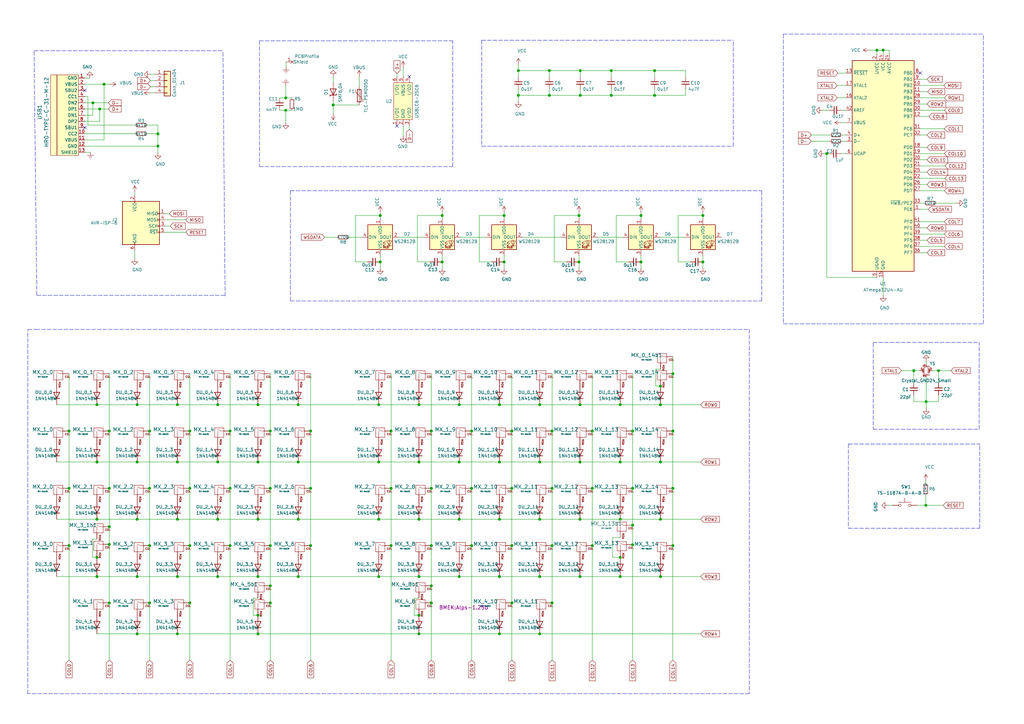
<source format=kicad_sch>
(kicad_sch (version 20211123) (generator eeschema)
  (paper "A3")
  (title_block (rev "1") (comment 1 "Design for JLCPCB 1-2 Layer Service"))
  (junction (at 254.381 189.484) (diameter 1.016))
  (junction (at 188.341 165.989) (diameter 1.016))
  (junction (at 39.751 212.979) (diameter 1.016))
  (junction (at 181.356 88.392) (diameter 1.016))
  (junction (at 270.891 165.989) (diameter 1.016))
  (junction (at 237.49 107.442) (diameter 1.016))
  (junction (at 44.831 247.269) (diameter 1.016))
  (junction (at 61.341 176.784) (diameter 1.016))
  (junction (at 155.956 107.442) (diameter 1.016))
  (junction (at 42.672 34.544) (diameter 1.016))
  (junction (at 155.321 236.474) (diameter 1.016))
  (junction (at 339.09 62.992) (diameter 1.016))
  (junction (at 89.281 189.484) (diameter 1.016))
  (junction (at 44.831 176.784) (diameter 1.016))
  (junction (at 105.791 236.474) (diameter 1.016))
  (junction (at 176.911 223.774) (diameter 1.016))
  (junction (at 288.29 107.442) (diameter 1.016))
  (junction (at 384.937 152.019) (diameter 1.016))
  (junction (at 64.77 59.944) (diameter 1.016))
  (junction (at 117.1956 45.2374) (diameter 1.016))
  (junction (at 221.361 212.979) (diameter 1.016))
  (junction (at 206.756 88.392) (diameter 1.016))
  (junction (at 212.598 28.956) (diameter 1.016))
  (junction (at 39.751 228.6) (diameter 1.016))
  (junction (at 268.478 28.956) (diameter 1.016))
  (junction (at 193.421 200.279) (diameter 1.016))
  (junction (at 122.301 236.474) (diameter 1.016))
  (junction (at 237.871 165.989) (diameter 1.016))
  (junction (at 160.401 176.784) (diameter 1.016))
  (junction (at 136.652 43.053) (diameter 1.016))
  (junction (at 44.831 200.279) (diameter 1.016))
  (junction (at 209.931 247.269) (diameter 1.016))
  (junction (at 254.381 228.6) (diameter 1.016))
  (junction (at 176.911 200.279) (diameter 1.016))
  (junction (at 171.831 259.969) (diameter 1.016))
  (junction (at 61.341 223.774) (diameter 1.016))
  (junction (at 94.361 223.774) (diameter 1.016))
  (junction (at 28.321 223.774) (diameter 1.016))
  (junction (at 250.698 39.116) (diameter 1.016))
  (junction (at 155.321 212.979) (diameter 1.016))
  (junction (at 72.771 212.979) (diameter 1.016))
  (junction (at 127.381 223.774) (diameter 1.016))
  (junction (at 209.931 200.279) (diameter 1.016))
  (junction (at 72.771 189.484) (diameter 1.016))
  (junction (at 176.911 240.284) (diameter 1.016))
  (junction (at 44.831 223.266) (diameter 1.016))
  (junction (at 237.49 88.392) (diameter 1.016))
  (junction (at 237.871 189.484) (diameter 1.016))
  (junction (at 212.598 39.116) (diameter 1.016))
  (junction (at 221.361 236.474) (diameter 1.016))
  (junction (at 188.341 212.979) (diameter 1.016))
  (junction (at 221.361 165.989) (diameter 1.016))
  (junction (at 225.298 39.116) (diameter 1.016))
  (junction (at 226.441 200.279) (diameter 1.016))
  (junction (at 94.361 200.279) (diameter 1.016))
  (junction (at 155.321 165.989) (diameter 1.016))
  (junction (at 204.851 189.484) (diameter 1.016))
  (junction (at 288.29 88.392) (diameter 1.016))
  (junction (at 259.461 215.392) (diameter 1.016))
  (junction (at 56.261 212.979) (diameter 1.016))
  (junction (at 72.771 165.989) (diameter 1.016))
  (junction (at 77.851 200.279) (diameter 1.016))
  (junction (at 209.931 176.784) (diameter 1.016))
  (junction (at 38.1 42.164) (diameter 1.016))
  (junction (at 56.261 189.484) (diameter 1.016))
  (junction (at 89.281 236.474) (diameter 1.016))
  (junction (at 226.441 247.269) (diameter 1.016))
  (junction (at 262.89 107.442) (diameter 1.016))
  (junction (at 275.971 153.289) (diameter 1.016))
  (junction (at 206.756 107.442) (diameter 1.016))
  (junction (at 127.381 200.279) (diameter 1.016))
  (junction (at 259.461 176.784) (diameter 1.016))
  (junction (at 204.851 165.989) (diameter 1.016))
  (junction (at 117.1956 40.1574) (diameter 1.016))
  (junction (at 259.461 200.279) (diameter 1.016))
  (junction (at 188.341 189.484) (diameter 1.016))
  (junction (at 379.73 207.264) (diameter 1.016))
  (junction (at 122.301 165.989) (diameter 1.016))
  (junction (at 77.851 223.774) (diameter 1.016))
  (junction (at 89.281 165.989) (diameter 1.016))
  (junction (at 72.771 259.969) (diameter 1.016))
  (junction (at 105.791 252.349) (diameter 1.016))
  (junction (at 204.851 236.474) (diameter 1.016))
  (junction (at 110.871 176.784) (diameter 1.016))
  (junction (at 44.831 216.027) (diameter 1.016))
  (junction (at 61.341 200.279) (diameter 1.016))
  (junction (at 250.698 28.956) (diameter 1.016))
  (junction (at 188.341 236.474) (diameter 1.016))
  (junction (at 237.871 236.474) (diameter 1.016))
  (junction (at 176.911 176.784) (diameter 1.016))
  (junction (at 127.381 176.784) (diameter 1.016))
  (junction (at 39.751 165.989) (diameter 1.016))
  (junction (at 122.301 212.979) (diameter 1.016))
  (junction (at 254.381 165.989) (diameter 1.016))
  (junction (at 226.441 176.784) (diameter 1.016))
  (junction (at 181.356 107.442) (diameter 1.016))
  (junction (at 270.891 212.979) (diameter 1.016))
  (junction (at 77.851 176.784) (diameter 1.016))
  (junction (at 56.261 165.989) (diameter 1.016))
  (junction (at 359.664 20.574) (diameter 1.016))
  (junction (at 105.791 189.484) (diameter 1.016))
  (junction (at 237.871 212.979) (diameter 1.016))
  (junction (at 56.261 259.969) (diameter 1.016))
  (junction (at 268.478 39.116) (diameter 1.016))
  (junction (at 221.361 259.969) (diameter 1.016))
  (junction (at 204.851 259.969) (diameter 1.016))
  (junction (at 275.971 223.774) (diameter 1.016))
  (junction (at 193.421 176.784) (diameter 1.016))
  (junction (at 110.871 240.284) (diameter 1.016))
  (junction (at 270.891 158.369) (diameter 1.016))
  (junction (at 77.851 247.269) (diameter 1.016))
  (junction (at 110.871 247.269) (diameter 1.016))
  (junction (at 39.751 236.474) (diameter 1.016))
  (junction (at 155.956 88.392) (diameter 1.016))
  (junction (at 237.998 28.956) (diameter 1.016))
  (junction (at 28.321 176.784) (diameter 1.016))
  (junction (at 270.891 236.474) (diameter 1.016))
  (junction (at 262.89 88.392) (diameter 1.016))
  (junction (at 171.831 252.349) (diameter 1.016))
  (junction (at 171.831 236.474) (diameter 1.016))
  (junction (at 105.791 165.989) (diameter 1.016))
  (junction (at 209.931 223.774) (diameter 1.016))
  (junction (at 242.951 200.279) (diameter 1.016))
  (junction (at 193.421 223.774) (diameter 1.016))
  (junction (at 242.951 223.774) (diameter 1.016))
  (junction (at 94.361 176.784) (diameter 1.016))
  (junction (at 89.281 212.979) (diameter 1.016))
  (junction (at 171.831 189.484) (diameter 1.016))
  (junction (at 56.261 236.474) (diameter 1.016))
  (junction (at 176.911 247.269) (diameter 1.016))
  (junction (at 221.361 189.484) (diameter 1.016))
  (junction (at 254.381 212.979) (diameter 1.016))
  (junction (at 28.321 200.279) (diameter 1.016))
  (junction (at 160.401 223.774) (diameter 1.016))
  (junction (at 61.341 247.269) (diameter 1.016))
  (junction (at 160.401 200.279) (diameter 1.016))
  (junction (at 226.441 223.774) (diameter 1.016))
  (junction (at 171.831 165.989) (diameter 1.016))
  (junction (at 122.301 189.484) (diameter 1.016))
  (junction (at 110.871 223.774) (diameter 1.016))
  (junction (at 270.891 189.484) (diameter 1.016))
  (junction (at 110.871 200.279) (diameter 1.016))
  (junction (at 225.298 28.956) (diameter 1.016))
  (junction (at 105.791 212.979) (diameter 1.016))
  (junction (at 39.751 189.484) (diameter 1.016))
  (junction (at 275.971 176.784) (diameter 1.016))
  (junction (at 362.204 20.574) (diameter 1.016))
  (junction (at 374.777 152.019) (diameter 1.016))
  (junction (at 259.461 223.393) (diameter 1.016))
  (junction (at 105.791 259.969) (diameter 1.016))
  (junction (at 379.857 164.719) (diameter 1.016))
  (junction (at 254.381 236.474) (diameter 1.016))
  (junction (at 171.831 212.979) (diameter 1.016))
  (junction (at 204.851 212.979) (diameter 1.016))
  (junction (at 64.77 54.864) (diameter 1.016))
  (junction (at 237.998 39.116) (diameter 1.016))
  (junction (at 40.894 44.704) (diameter 1.016))
  (junction (at 242.951 176.784) (diameter 1.016))
  (junction (at 72.771 236.474) (diameter 1.016))
  (junction (at 275.971 200.279) (diameter 1.016))
  (junction (at 155.321 189.484) (diameter 1.016))
  (no_connect (at 34.798 37.084))
  (no_connect (at 34.798 52.324))
  (no_connect (at 162.814 51.689))
  (no_connect (at 377.444 29.972))
  (no_connect (at 167.894 31.369))
  (wire (pts (xy 257.81 107.442) (xy 252.73 107.442)))
  (wire (pts (xy 105.791 212.979) (xy 122.301 212.979)))
  (wire (pts (xy 67.945 92.71) (xy 69.85 92.71)))
  (wire (pts (xy 105.791 189.484) (xy 122.301 189.484)))
  (wire (pts (xy 226.441 247.269) (xy 226.441 270.764)))
  (wire (pts (xy 44.831 247.269) (xy 44.831 270.764)))
  (wire (pts (xy 34.798 42.164) (xy 38.1 42.164)))
  (wire (pts (xy 359.664 20.574) (xy 362.204 20.574)))
  (wire (pts (xy 254.381 228.473) (xy 254.381 228.6)))
  (wire (pts (xy 103.886 245.364) (xy 103.886 252.349)))
  (wire (pts (xy 377.444 47.752) (xy 381 47.752)))
  (wire (pts (xy 155.956 104.902) (xy 155.956 107.442)))
  (wire (pts (xy 374.777 152.019) (xy 377.317 152.019)))
  (wire (pts (xy 61.341 153.289) (xy 61.341 176.784)))
  (wire (pts (xy 212.598 28.956) (xy 225.298 28.956)))
  (wire (pts (xy 34.798 62.484) (xy 37.084 62.484)))
  (wire (pts (xy 44.831 223.266) (xy 44.831 247.269)))
  (wire (pts (xy 23.241 165.989) (xy 39.751 165.989)))
  (wire (pts (xy 270.51 97.282) (xy 280.67 97.282)))
  (polyline (pts (xy 300.736 59.944) (xy 300.736 16.51)) (stroke (width 0) (type dash)))
  (wire (pts (xy 38.1 42.164) (xy 38.1 47.244)))
  (wire (pts (xy 259.461 223.393) (xy 259.461 270.764)))
  (polyline (pts (xy 401.828 216.662) (xy 401.828 182.118)) (stroke (width 0) (type dash)))
  (wire (pts (xy 188.341 236.474) (xy 204.851 236.474)))
  (wire (pts (xy 34.798 59.944) (xy 64.77 59.944)))
  (polyline (pts (xy 347.98 182.118) (xy 401.828 182.118)) (stroke (width 0) (type dash)))
  (wire (pts (xy 155.956 107.442) (xy 155.956 109.982)))
  (wire (pts (xy 117.1956 40.1574) (xy 119.7356 40.1574)))
  (wire (pts (xy 270.891 151.384) (xy 268.986 151.384)))
  (wire (pts (xy 268.478 28.956) (xy 281.178 28.956)))
  (polyline (pts (xy 358.14 176.022) (xy 401.574 176.022)) (stroke (width 0) (type dash)))
  (wire (pts (xy 94.361 153.289) (xy 94.361 176.784)))
  (wire (pts (xy 64.77 59.944) (xy 64.77 62.738)))
  (polyline (pts (xy 401.574 176.022) (xy 401.574 140.462)) (stroke (width 0) (type dash)))
  (wire (pts (xy 136.652 43.053) (xy 136.652 46.609)))
  (wire (pts (xy 169.926 252.349) (xy 171.831 252.349)))
  (wire (pts (xy 237.871 212.979) (xy 254.381 212.979)))
  (wire (pts (xy 356.616 20.574) (xy 359.664 20.574)))
  (wire (pts (xy 337.312 45.212) (xy 340.106 45.212)))
  (wire (pts (xy 155.956 87.122) (xy 155.956 88.392)))
  (wire (pts (xy 254.381 228.6) (xy 254.381 228.854)))
  (wire (pts (xy 38.1 42.164) (xy 44.45 42.164)))
  (polyline (pts (xy 11.43 135.128) (xy 14.732 135.128)) (stroke (width 0) (type dash)))
  (wire (pts (xy 374.777 152.019) (xy 374.777 157.099)))
  (wire (pts (xy 28.321 153.289) (xy 28.321 176.784)))
  (wire (pts (xy 206.756 87.122) (xy 206.756 88.392)))
  (wire (pts (xy 64.77 54.864) (xy 64.77 59.944)))
  (wire (pts (xy 165.354 27.686) (xy 165.354 31.369)))
  (wire (pts (xy 237.998 39.116) (xy 250.698 39.116)))
  (wire (pts (xy 105.791 236.474) (xy 122.301 236.474)))
  (wire (pts (xy 39.751 228.346) (xy 39.751 228.6)))
  (wire (pts (xy 226.441 153.289) (xy 226.441 176.784)))
  (wire (pts (xy 155.321 189.484) (xy 171.831 189.484)))
  (wire (pts (xy 364.236 207.264) (xy 366.014 207.264)))
  (polyline (pts (xy 321.31 13.97) (xy 403.352 13.97)) (stroke (width 0) (type dash)))
  (wire (pts (xy 377.444 96.012) (xy 387.35 96.012)))
  (wire (pts (xy 56.261 236.474) (xy 72.771 236.474)))
  (wire (pts (xy 379.857 164.719) (xy 379.857 167.513)))
  (wire (pts (xy 259.461 215.392) (xy 259.461 223.393)))
  (wire (pts (xy 377.444 103.632) (xy 380.238 103.632)))
  (wire (pts (xy 254.381 212.979) (xy 270.891 212.979)))
  (wire (pts (xy 89.281 189.484) (xy 105.791 189.484)))
  (wire (pts (xy 171.196 107.442) (xy 171.196 88.392)))
  (wire (pts (xy 209.931 247.269) (xy 209.931 270.764)))
  (wire (pts (xy 377.444 42.672) (xy 380.238 42.672)))
  (wire (pts (xy 270.891 236.474) (xy 287.401 236.474)))
  (wire (pts (xy 377.444 73.152) (xy 387.604 73.152)))
  (wire (pts (xy 225.298 36.576) (xy 225.298 39.116)))
  (wire (pts (xy 384.937 152.019) (xy 390.017 152.019)))
  (wire (pts (xy 237.998 28.956) (xy 250.698 28.956)))
  (wire (pts (xy 196.596 107.442) (xy 196.596 88.392)))
  (wire (pts (xy 221.361 189.484) (xy 237.871 189.484)))
  (wire (pts (xy 176.911 200.279) (xy 176.911 223.774)))
  (polyline (pts (xy 13.97 20.828) (xy 91.44 20.828)) (stroke (width 0) (type dash)))
  (wire (pts (xy 55.245 102.87) (xy 55.245 106.045)))
  (wire (pts (xy 42.672 34.544) (xy 44.958 34.544)))
  (wire (pts (xy 268.478 39.116) (xy 281.178 39.116)))
  (wire (pts (xy 212.598 28.956) (xy 212.598 31.496)))
  (wire (pts (xy 44.831 176.784) (xy 44.831 200.279)))
  (wire (pts (xy 72.771 165.989) (xy 89.281 165.989)))
  (wire (pts (xy 379.857 154.559) (xy 379.857 164.719)))
  (wire (pts (xy 67.945 87.63) (xy 69.469 87.63)))
  (polyline (pts (xy 197.612 59.944) (xy 300.736 59.944)) (stroke (width 0) (type dash)))
  (wire (pts (xy 250.698 28.956) (xy 268.478 28.956)))
  (wire (pts (xy 171.831 212.979) (xy 188.341 212.979)))
  (polyline (pts (xy 358.14 140.716) (xy 358.14 176.022)) (stroke (width 0) (type dash)))
  (polyline (pts (xy 403.352 132.842) (xy 403.352 13.97)) (stroke (width 0) (type dash)))
  (wire (pts (xy 262.89 107.442) (xy 262.89 109.982)))
  (wire (pts (xy 196.596 88.392) (xy 206.756 88.392)))
  (wire (pts (xy 122.301 212.979) (xy 155.321 212.979)))
  (wire (pts (xy 225.298 28.956) (xy 225.298 31.496)))
  (wire (pts (xy 34.798 57.404) (xy 42.672 57.404)))
  (wire (pts (xy 94.361 223.774) (xy 94.361 270.764)))
  (wire (pts (xy 188.341 189.484) (xy 204.851 189.484)))
  (wire (pts (xy 221.361 259.969) (xy 287.401 259.969)))
  (wire (pts (xy 160.401 176.784) (xy 160.401 200.279)))
  (wire (pts (xy 362.204 113.792) (xy 362.204 121.158)))
  (wire (pts (xy 254.381 189.484) (xy 270.891 189.484)))
  (wire (pts (xy 155.321 212.979) (xy 171.831 212.979)))
  (wire (pts (xy 110.871 247.269) (xy 110.871 270.764)))
  (wire (pts (xy 114.6556 45.2374) (xy 117.1956 45.2374)))
  (wire (pts (xy 379.73 197.104) (xy 379.73 198.12)))
  (wire (pts (xy 377.444 90.932) (xy 387.35 90.932)))
  (wire (pts (xy 23.241 212.979) (xy 39.751 212.979)))
  (wire (pts (xy 377.444 93.472) (xy 380.238 93.472)))
  (wire (pts (xy 38.1 47.244) (xy 34.798 47.244)))
  (wire (pts (xy 377.444 78.232) (xy 387.35 78.232)))
  (wire (pts (xy 105.791 259.969) (xy 171.831 259.969)))
  (wire (pts (xy 209.931 176.784) (xy 209.931 200.279)))
  (wire (pts (xy 379.73 207.264) (xy 379.73 203.2)))
  (wire (pts (xy 176.911 223.774) (xy 176.911 240.284)))
  (wire (pts (xy 110.871 240.284) (xy 110.871 247.269)))
  (wire (pts (xy 136.652 31.369) (xy 136.652 33.909)))
  (wire (pts (xy 237.871 189.484) (xy 254.381 189.484)))
  (wire (pts (xy 176.911 176.784) (xy 176.911 200.279)))
  (wire (pts (xy 64.77 51.308) (xy 64.77 54.864)))
  (wire (pts (xy 344.932 50.292) (xy 346.964 50.292)))
  (wire (pts (xy 345.44 55.372) (xy 346.964 55.372)))
  (wire (pts (xy 288.29 104.902) (xy 288.29 107.442)))
  (wire (pts (xy 169.926 245.364) (xy 169.926 252.349)))
  (wire (pts (xy 251.206 228.6) (xy 254.381 228.6)))
  (wire (pts (xy 212.598 41.656) (xy 212.598 39.116)))
  (wire (pts (xy 377.444 60.452) (xy 380.238 60.452)))
  (wire (pts (xy 384.937 164.719) (xy 384.937 162.179)))
  (wire (pts (xy 379.857 148.082) (xy 379.857 149.479)))
  (wire (pts (xy 237.49 88.392) (xy 237.49 89.662)))
  (polyline (pts (xy 92.329 121.412) (xy 91.44 20.828)) (stroke (width 0) (type dash)))
  (wire (pts (xy 283.21 107.442) (xy 278.13 107.442)))
  (wire (pts (xy 221.361 165.989) (xy 237.871 165.989)))
  (wire (pts (xy 206.756 88.392) (xy 206.756 89.662)))
  (polyline (pts (xy 119.126 123.444) (xy 312.42 123.444)) (stroke (width 0) (type dash)))
  (wire (pts (xy 259.461 153.289) (xy 259.461 176.784)))
  (wire (pts (xy 171.831 259.969) (xy 204.851 259.969)))
  (wire (pts (xy 237.49 104.902) (xy 237.49 107.442)))
  (wire (pts (xy 110.871 153.289) (xy 110.871 176.784)))
  (wire (pts (xy 72.771 236.474) (xy 89.281 236.474)))
  (wire (pts (xy 270.891 189.484) (xy 287.401 189.484)))
  (wire (pts (xy 275.971 223.774) (xy 275.971 270.764)))
  (polyline (pts (xy 321.31 13.97) (xy 321.31 132.842)) (stroke (width 0) (type dash)))
  (wire (pts (xy 332.74 57.912) (xy 340.36 57.912)))
  (wire (pts (xy 252.73 88.392) (xy 262.89 88.392)))
  (wire (pts (xy 268.478 28.956) (xy 268.478 31.496)))
  (wire (pts (xy 262.89 87.122) (xy 262.89 88.392)))
  (wire (pts (xy 250.698 39.116) (xy 268.478 39.116)))
  (wire (pts (xy 281.178 28.956) (xy 281.178 31.496)))
  (wire (pts (xy 77.851 153.289) (xy 77.851 176.784)))
  (wire (pts (xy 377.444 37.592) (xy 380.492 37.592)))
  (wire (pts (xy 339.09 113.792) (xy 359.664 113.792)))
  (wire (pts (xy 23.241 189.484) (xy 39.751 189.484)))
  (polyline (pts (xy 321.31 132.842) (xy 403.352 132.842)) (stroke (width 0) (type dash)))
  (wire (pts (xy 143.256 97.282) (xy 148.336 97.282)))
  (wire (pts (xy 61.341 247.269) (xy 61.341 270.764)))
  (polyline (pts (xy 119.126 78.232) (xy 119.126 123.444)) (stroke (width 0) (type dash)))
  (wire (pts (xy 61.722 30.48) (xy 63.5 30.48)))
  (wire (pts (xy 60.452 51.308) (xy 64.77 51.308)))
  (wire (pts (xy 209.931 153.289) (xy 209.931 176.784)))
  (wire (pts (xy 28.321 176.784) (xy 28.321 200.279)))
  (wire (pts (xy 67.945 95.25) (xy 76.2 95.25)))
  (wire (pts (xy 377.444 55.372) (xy 380.238 55.372)))
  (wire (pts (xy 61.341 176.784) (xy 61.341 200.279)))
  (wire (pts (xy 181.356 104.902) (xy 181.356 107.442)))
  (wire (pts (xy 89.281 236.474) (xy 105.791 236.474)))
  (wire (pts (xy 226.441 223.774) (xy 226.441 247.269)))
  (wire (pts (xy 209.931 200.279) (xy 209.931 223.774)))
  (polyline (pts (xy 347.98 216.662) (xy 401.828 216.662)) (stroke (width 0) (type dash)))
  (wire (pts (xy 39.751 212.979) (xy 56.261 212.979)))
  (wire (pts (xy 377.444 98.552) (xy 380.238 98.552)))
  (wire (pts (xy 259.461 176.784) (xy 259.461 200.279)))
  (wire (pts (xy 94.361 176.784) (xy 94.361 200.279)))
  (wire (pts (xy 162.814 30.099) (xy 162.814 31.369)))
  (wire (pts (xy 28.321 223.774) (xy 28.321 270.764)))
  (wire (pts (xy 242.951 153.289) (xy 242.951 176.784)))
  (wire (pts (xy 232.41 107.442) (xy 227.33 107.442)))
  (wire (pts (xy 345.186 45.212) (xy 346.964 45.212)))
  (wire (pts (xy 165.354 51.689) (xy 165.354 55.753)))
  (wire (pts (xy 281.178 36.576) (xy 281.178 39.116)))
  (wire (pts (xy 270.891 165.989) (xy 287.401 165.989)))
  (wire (pts (xy 227.33 88.392) (xy 237.49 88.392)))
  (wire (pts (xy 237.998 28.956) (xy 237.998 31.496)))
  (wire (pts (xy 226.441 176.784) (xy 226.441 200.279)))
  (wire (pts (xy 36.068 51.308) (xy 55.372 51.308)))
  (wire (pts (xy 374.777 164.719) (xy 379.857 164.719)))
  (wire (pts (xy 176.911 240.284) (xy 176.911 247.269)))
  (wire (pts (xy 339.09 62.992) (xy 339.09 113.792)))
  (wire (pts (xy 377.444 83.312) (xy 378.968 83.312)))
  (wire (pts (xy 44.831 200.279) (xy 44.831 216.027)))
  (wire (pts (xy 288.29 87.122) (xy 288.29 88.392)))
  (wire (pts (xy 171.831 165.989) (xy 188.341 165.989)))
  (wire (pts (xy 204.851 236.474) (xy 221.361 236.474)))
  (wire (pts (xy 40.894 44.704) (xy 44.45 44.704)))
  (polyline (pts (xy 106.426 16.764) (xy 106.426 68.326)) (stroke (width 0) (type dash)))
  (wire (pts (xy 39.751 259.969) (xy 56.261 259.969)))
  (wire (pts (xy 259.461 200.279) (xy 259.461 215.392)))
  (wire (pts (xy 237.871 165.989) (xy 254.381 165.989)))
  (wire (pts (xy 288.29 88.392) (xy 288.29 89.662)))
  (wire (pts (xy 176.911 247.269) (xy 176.911 270.764)))
  (wire (pts (xy 61.722 38.1) (xy 63.5 38.1)))
  (wire (pts (xy 94.361 200.279) (xy 94.361 223.774)))
  (wire (pts (xy 377.444 70.612) (xy 380.238 70.612)))
  (wire (pts (xy 127.381 200.279) (xy 127.381 223.774)))
  (wire (pts (xy 362.204 22.352) (xy 362.204 20.574)))
  (wire (pts (xy 61.722 35.56) (xy 63.5 35.56)))
  (wire (pts (xy 122.301 236.474) (xy 155.321 236.474)))
  (wire (pts (xy 110.871 223.774) (xy 110.871 240.284)))
  (wire (pts (xy 343.662 29.972) (xy 346.964 29.972)))
  (wire (pts (xy 176.911 153.289) (xy 176.911 176.784)))
  (wire (pts (xy 250.698 36.576) (xy 250.698 39.116)) (stroke (width 0.152)))
  (wire (pts (xy 181.356 87.122) (xy 181.356 88.392)))
  (wire (pts (xy 288.29 107.442) (xy 288.29 109.982)))
  (polyline (pts (xy 106.426 16.764) (xy 185.674 16.764)) (stroke (width 0) (type dash)))
  (wire (pts (xy 254.381 220.472) (xy 251.206 220.472)))
  (wire (pts (xy 242.951 200.279) (xy 242.951 223.774)))
  (polyline (pts (xy 15.113 121.158) (xy 92.583 121.158)) (stroke (width 0) (type dash)))
  (wire (pts (xy 225.298 28.956) (xy 237.998 28.956)))
  (wire (pts (xy 145.796 88.392) (xy 155.956 88.392)))
  (wire (pts (xy 171.831 189.484) (xy 188.341 189.484)))
  (wire (pts (xy 122.301 165.989) (xy 155.321 165.989)))
  (polyline (pts (xy 307.34 284.48) (xy 11.43 284.48)) (stroke (width 0) (type dash)))
  (wire (pts (xy 163.576 97.282) (xy 173.736 97.282)))
  (wire (pts (xy 117.1956 45.2374) (xy 119.7356 45.2374)))
  (wire (pts (xy 167.894 51.689) (xy 167.894 53.086)))
  (wire (pts (xy 61.341 200.279) (xy 61.341 223.774)))
  (wire (pts (xy 206.756 104.902) (xy 206.756 107.442)))
  (wire (pts (xy 384.937 152.019) (xy 384.937 157.099)))
  (wire (pts (xy 133.096 97.282) (xy 138.176 97.282)))
  (wire (pts (xy 251.206 220.472) (xy 251.206 228.6)))
  (wire (pts (xy 89.281 165.989) (xy 105.791 165.989)))
  (wire (pts (xy 171.831 236.474) (xy 188.341 236.474)))
  (wire (pts (xy 332.74 55.372) (xy 340.36 55.372)))
  (wire (pts (xy 275.971 176.784) (xy 275.971 200.279)))
  (wire (pts (xy 39.751 221.107) (xy 37.973 221.107)))
  (wire (pts (xy 377.444 32.512) (xy 380.2888 32.512)))
  (wire (pts (xy 377.444 65.532) (xy 380.238 65.532)))
  (wire (pts (xy 122.301 189.484) (xy 155.321 189.484)))
  (wire (pts (xy 237.871 236.474) (xy 254.381 236.474)))
  (wire (pts (xy 374.777 162.179) (xy 374.777 164.719)))
  (wire (pts (xy 364.744 20.574) (xy 364.744 22.352)))
  (wire (pts (xy 40.894 49.784) (xy 34.798 49.784)))
  (wire (pts (xy 268.986 158.369) (xy 270.891 158.369)))
  (wire (pts (xy 377.444 40.132) (xy 387.35 40.132)))
  (wire (pts (xy 188.341 212.979) (xy 204.851 212.979)))
  (wire (pts (xy 377.444 52.832) (xy 387.35 52.832)))
  (wire (pts (xy 339.09 62.992) (xy 338.074 62.992)))
  (wire (pts (xy 110.871 200.279) (xy 110.871 223.774)))
  (wire (pts (xy 56.261 212.979) (xy 72.771 212.979)))
  (wire (pts (xy 242.951 176.784) (xy 242.951 200.279)))
  (wire (pts (xy 155.321 165.989) (xy 171.831 165.989)))
  (wire (pts (xy 254.381 236.474) (xy 270.891 236.474)))
  (wire (pts (xy 77.851 223.774) (xy 77.851 247.269)))
  (wire (pts (xy 117.1956 50.3174) (xy 117.1956 45.2374)))
  (wire (pts (xy 155.956 88.392) (xy 155.956 89.662)))
  (wire (pts (xy 114.6556 40.1574) (xy 117.1956 40.1574)))
  (polyline (pts (xy 119.126 78.232) (xy 312.42 78.232)) (stroke (width 0) (type dash)))
  (wire (pts (xy 242.951 223.774) (xy 242.951 270.764)))
  (wire (pts (xy 28.321 200.279) (xy 28.321 223.774)))
  (wire (pts (xy 181.356 107.442) (xy 181.356 109.982)))
  (wire (pts (xy 39.751 165.989) (xy 56.261 165.989)))
  (wire (pts (xy 105.791 245.364) (xy 103.886 245.364)))
  (wire (pts (xy 278.13 107.442) (xy 278.13 88.392)))
  (wire (pts (xy 77.851 200.279) (xy 77.851 223.774)))
  (wire (pts (xy 362.204 20.574) (xy 364.744 20.574)))
  (wire (pts (xy 278.13 88.392) (xy 288.29 88.392)))
  (wire (pts (xy 34.798 39.624) (xy 36.068 39.624)))
  (wire (pts (xy 268.986 151.384) (xy 268.986 158.369)))
  (wire (pts (xy 34.798 54.864) (xy 55.372 54.864)))
  (wire (pts (xy 237.998 36.576) (xy 237.998 39.116)))
  (wire (pts (xy 44.831 153.289) (xy 44.831 176.784)))
  (wire (pts (xy 105.791 165.989) (xy 122.301 165.989)))
  (polyline (pts (xy 347.98 182.118) (xy 347.98 216.662)) (stroke (width 0) (type dash)))
  (wire (pts (xy 237.49 107.442) (xy 237.49 109.982)))
  (wire (pts (xy 212.598 39.116) (xy 225.298 39.116)))
  (wire (pts (xy 379.73 207.264) (xy 386.842 207.264)))
  (wire (pts (xy 34.798 44.704) (xy 40.894 44.704)))
  (wire (pts (xy 188.976 97.282) (xy 199.136 97.282)))
  (wire (pts (xy 72.771 189.484) (xy 89.281 189.484)))
  (wire (pts (xy 377.444 101.092) (xy 387.35 101.092)))
  (wire (pts (xy 252.73 107.442) (xy 252.73 88.392)))
  (wire (pts (xy 221.361 212.979) (xy 237.871 212.979)))
  (wire (pts (xy 150.876 107.442) (xy 145.796 107.442)))
  (wire (pts (xy 344.932 62.992) (xy 346.964 62.992)))
  (wire (pts (xy 56.261 165.989) (xy 72.771 165.989)))
  (wire (pts (xy 206.756 107.442) (xy 206.756 109.982)))
  (wire (pts (xy 155.321 236.474) (xy 171.831 236.474)))
  (wire (pts (xy 34.798 32.004) (xy 36.83 32.004)))
  (wire (pts (xy 56.261 189.484) (xy 72.771 189.484)))
  (polyline (pts (xy 197.612 16.51) (xy 197.612 59.944)) (stroke (width 0) (type dash)))
  (wire (pts (xy 270.891 212.979) (xy 287.401 212.979)))
  (wire (pts (xy 343.408 40.132) (xy 346.964 40.132)))
  (wire (pts (xy 176.276 107.442) (xy 171.196 107.442)))
  (wire (pts (xy 103.886 252.349) (xy 105.791 252.349)))
  (wire (pts (xy 117.3226 25.4254) (xy 117.3226 27.4574)))
  (wire (pts (xy 212.598 36.576) (xy 212.598 39.116)))
  (wire (pts (xy 39.751 189.484) (xy 56.261 189.484)))
  (wire (pts (xy 212.598 26.416) (xy 212.598 28.956)))
  (wire (pts (xy 204.851 165.989) (xy 221.361 165.989)))
  (wire (pts (xy 117.1956 40.1574) (xy 117.1956 35.0774)))
  (wire (pts (xy 188.341 165.989) (xy 204.851 165.989)))
  (wire (pts (xy 275.971 200.279) (xy 275.971 223.774)))
  (wire (pts (xy 145.796 107.442) (xy 145.796 88.392)))
  (wire (pts (xy 250.698 28.956) (xy 250.698 31.496)))
  (wire (pts (xy 262.89 104.902) (xy 262.89 107.442)))
  (wire (pts (xy 343.408 35.052) (xy 346.964 35.052)))
  (wire (pts (xy 136.652 43.053) (xy 147.32 43.053)))
  (wire (pts (xy 377.444 35.052) (xy 387.096 35.052)))
  (wire (pts (xy 245.11 97.282) (xy 255.27 97.282)))
  (wire (pts (xy 39.751 236.474) (xy 56.261 236.474)))
  (wire (pts (xy 37.973 228.6) (xy 39.751 228.6)))
  (polyline (pts (xy 197.612 16.51) (xy 300.736 16.51)) (stroke (width 0) (type dash)))
  (wire (pts (xy 193.421 200.279) (xy 193.421 223.774)))
  (wire (pts (xy 384.048 83.312) (xy 392.43 83.312)))
  (wire (pts (xy 160.401 153.289) (xy 160.401 176.784)))
  (wire (pts (xy 204.851 189.484) (xy 221.361 189.484)))
  (wire (pts (xy 377.444 75.692) (xy 380.238 75.692)))
  (polyline (pts (xy 106.426 68.326) (xy 185.674 68.326)) (stroke (width 0) (type dash)))
  (wire (pts (xy 369.697 152.019) (xy 374.777 152.019)))
  (wire (pts (xy 61.722 33.02) (xy 63.5 33.02)))
  (wire (pts (xy 254.381 165.989) (xy 270.891 165.989)))
  (wire (pts (xy 377.444 68.072) (xy 387.604 68.072)))
  (wire (pts (xy 77.851 176.784) (xy 77.851 200.279)))
  (wire (pts (xy 55.245 78.74) (xy 55.245 80.01)))
  (wire (pts (xy 379.857 164.719) (xy 384.937 164.719)))
  (wire (pts (xy 275.971 153.289) (xy 275.971 176.784)))
  (wire (pts (xy 171.831 245.364) (xy 169.926 245.364)))
  (wire (pts (xy 262.89 88.392) (xy 262.89 89.662)))
  (polyline (pts (xy 185.674 68.326) (xy 185.674 16.764)) (stroke (width 0) (type dash)))
  (wire (pts (xy 181.356 88.392) (xy 181.356 89.662)))
  (polyline (pts (xy 11.43 284.48) (xy 11.43 135.128)) (stroke (width 0) (type dash)))
  (wire (pts (xy 36.068 39.624) (xy 36.068 51.308)))
  (wire (pts (xy 160.401 200.279) (xy 160.401 223.774)))
  (wire (pts (xy 377.444 85.852) (xy 380.746 85.852)))
  (wire (pts (xy 40.894 44.704) (xy 40.894 49.784)))
  (wire (pts (xy 44.831 216.027) (xy 44.831 223.266)))
  (wire (pts (xy 345.44 57.912) (xy 346.964 57.912)))
  (wire (pts (xy 160.401 223.774) (xy 160.401 270.764)))
  (wire (pts (xy 23.241 236.474) (xy 39.751 236.474)))
  (wire (pts (xy 214.376 97.282) (xy 229.87 97.282)))
  (wire (pts (xy 72.771 259.969) (xy 105.791 259.969)))
  (wire (pts (xy 204.851 259.969) (xy 221.361 259.969)))
  (polyline (pts (xy 358.14 140.462) (xy 401.574 140.462)) (stroke (width 0) (type dash)))
  (wire (pts (xy 110.871 176.784) (xy 110.871 200.279)))
  (wire (pts (xy 37.973 221.107) (xy 37.973 228.6)))
  (polyline (pts (xy 307.34 135.128) (xy 307.34 284.48)) (stroke (width 0) (type dash)))
  (wire (pts (xy 77.851 247.269) (xy 77.851 270.764)))
  (wire (pts (xy 136.652 41.529) (xy 136.652 43.053)))
  (wire (pts (xy 193.421 153.289) (xy 193.421 176.784)))
  (wire (pts (xy 193.421 223.774) (xy 193.421 270.764)))
  (wire (pts (xy 61.341 223.774) (xy 61.341 247.269)))
  (wire (pts (xy 209.931 223.774) (xy 209.931 247.269)))
  (wire (pts (xy 376.174 207.264) (xy 379.73 207.264)))
  (wire (pts (xy 237.49 87.122) (xy 237.49 88.392)))
  (wire (pts (xy 226.441 200.279) (xy 226.441 223.774)))
  (polyline (pts (xy 14.732 135.128) (xy 307.34 135.128)) (stroke (width 0) (type dash)))
  (wire (pts (xy 275.971 146.304) (xy 275.971 153.289)))
  (wire (pts (xy 377.444 62.992) (xy 387.35 62.992)))
  (wire (pts (xy 127.381 153.289) (xy 127.381 176.784)))
  (wire (pts (xy 227.33 107.442) (xy 227.33 88.392)))
  (wire (pts (xy 377.444 45.212) (xy 387.35 45.212)))
  (wire (pts (xy 268.478 36.576) (xy 268.478 39.116)))
  (wire (pts (xy 221.361 236.474) (xy 237.871 236.474)))
  (wire (pts (xy 60.452 54.864) (xy 64.77 54.864)))
  (wire (pts (xy 193.421 176.784) (xy 193.421 200.279)))
  (wire (pts (xy 34.798 34.544) (xy 42.672 34.544)))
  (wire (pts (xy 56.261 259.969) (xy 72.771 259.969)))
  (wire (pts (xy 225.298 39.116) (xy 237.998 39.116)))
  (wire (pts (xy 171.196 88.392) (xy 181.356 88.392)))
  (wire (pts (xy 42.672 34.544) (xy 42.672 57.404)))
  (wire (pts (xy 201.676 107.442) (xy 196.596 107.442)))
  (wire (pts (xy 382.397 152.019) (xy 384.937 152.019)))
  (wire (pts (xy 359.664 20.574) (xy 359.664 22.352)))
  (wire (pts (xy 72.771 212.979) (xy 89.281 212.979)))
  (wire (pts (xy 127.381 223.774) (xy 127.381 270.764)))
  (wire (pts (xy 204.851 212.979) (xy 221.361 212.979)))
  (wire (pts (xy 147.32 31.369) (xy 147.32 35.433)))
  (wire (pts (xy 67.945 90.17) (xy 76.2 90.17)))
  (polyline (pts (xy 312.42 123.444) (xy 312.42 78.232)) (stroke (width 0) (type dash)))
  (wire (pts (xy 89.281 212.979) (xy 105.791 212.979)))
  (polyline (pts (xy 13.97 21.082) (xy 15.113 121.158)) (stroke (width 0) (type dash)))
  (wire (pts (xy 339.852 62.992) (xy 339.09 62.992)))
  (wire (pts (xy 127.381 176.784) (xy 127.381 200.279)))
  (wire (pts (xy 39.751 228.6) (xy 39.751 228.854)))
  (global_label "D-" (shape input) (at 167.894 53.086 270) (property "Intersheet References" "${INTERSHEET_REFS}" (effects hide)))
  (global_label "MISO" (shape input) (at 380.492 37.592 0) (property "Intersheet References" "${INTERSHEET_REFS}" (effects hide)))
  (global_label "RESET" (shape input) (at 76.2 95.25 0) (property "Intersheet References" "${INTERSHEET_REFS}" (effects hide)))
  (global_label "SCK" (shape input) (at 69.85 92.71 0) (property "Intersheet References" "${INTERSHEET_REFS}" (effects hide)))
  (global_label "ROW3" (shape input) (at 287.401 236.474 0) (property "Intersheet References" "${INTERSHEET_REFS}" (effects hide)))
  (global_label "D+" (shape input) (at 44.45 44.704 0) (property "Intersheet References" "${INTERSHEET_REFS}" (effects hide)))
  (global_label "COL14" (shape input) (at 380.238 70.612 0) (property "Intersheet References" "${INTERSHEET_REFS}" (effects hide)))
  (global_label "RESET" (shape input) (at 343.662 29.972 180) (property "Intersheet References" "${INTERSHEET_REFS}" (effects hide)))
  (global_label "COL6" (shape input) (at 387.35 96.012 0) (property "Intersheet References" "${INTERSHEET_REFS}" (effects hide)))
  (global_label "WSDATA" (shape input) (at 380.746 85.852 0) (property "Intersheet References" "${INTERSHEET_REFS}" (effects hide)))
  (global_label "COL2" (shape input) (at 61.341 270.764 270) (property "Intersheet References" "${INTERSHEET_REFS}" (effects hide)))
  (global_label "COL2" (shape input) (at 380.238 55.372 0) (property "Intersheet References" "${INTERSHEET_REFS}" (effects hide)))
  (global_label "ROW4" (shape input) (at 387.35 78.232 0) (property "Intersheet References" "${INTERSHEET_REFS}" (effects hide)))
  (global_label "COL0" (shape input) (at 387.35 45.212 0) (property "Intersheet References" "${INTERSHEET_REFS}" (effects hide)))
  (global_label "ROW2" (shape input) (at 287.401 212.979 0) (property "Intersheet References" "${INTERSHEET_REFS}" (effects hide)))
  (global_label "ROW2" (shape input) (at 380.238 42.672 0) (property "Intersheet References" "${INTERSHEET_REFS}" (effects hide)))
  (global_label "D+" (shape input) (at 332.74 55.372 180) (property "Intersheet References" "${INTERSHEET_REFS}" (effects hide)))
  (global_label "D-" (shape input) (at 332.74 57.912 180) (property "Intersheet References" "${INTERSHEET_REFS}" (effects hide)))
  (global_label "COL5" (shape input) (at 380.238 98.552 0) (property "Intersheet References" "${INTERSHEET_REFS}" (effects hide)))
  (global_label "XTAL2" (shape input) (at 343.408 40.132 180) (property "Intersheet References" "${INTERSHEET_REFS}" (effects hide)))
  (global_label "COL7" (shape input) (at 387.35 90.932 0) (property "Intersheet References" "${INTERSHEET_REFS}" (effects hide)))
  (global_label "COL12" (shape input) (at 387.604 68.072 0) (property "Intersheet References" "${INTERSHEET_REFS}" (effects hide)))
  (global_label "COL9" (shape input) (at 380.238 60.452 0) (property "Intersheet References" "${INTERSHEET_REFS}" (effects hide)))
  (global_label "COL12" (shape input) (at 242.951 270.764 270) (property "Intersheet References" "${INTERSHEET_REFS}" (effects hide)))
  (global_label "COL10" (shape input) (at 387.35 62.992 0) (property "Intersheet References" "${INTERSHEET_REFS}" (effects hide)))
  (global_label "ROW1" (shape input) (at 287.401 189.484 0) (property "Intersheet References" "${INTERSHEET_REFS}" (effects hide)))
  (global_label "MISO" (shape input) (at 76.2 90.17 0) (property "Intersheet References" "${INTERSHEET_REFS}" (effects hide)))
  (global_label "WSDATA" (shape input) (at 133.096 97.282 180) (property "Intersheet References" "${INTERSHEET_REFS}" (effects hide)))
  (global_label "COL7" (shape input) (at 160.401 270.764 270) (property "Intersheet References" "${INTERSHEET_REFS}" (effects hide)))
  (global_label "COL3" (shape input) (at 380.238 103.632 0) (property "Intersheet References" "${INTERSHEET_REFS}" (effects hide)))
  (global_label "COL4" (shape input) (at 94.361 270.764 270) (property "Intersheet References" "${INTERSHEET_REFS}" (effects hide)))
  (global_label "ROW3" (shape input) (at 380.238 75.692 0) (property "Intersheet References" "${INTERSHEET_REFS}" (effects hide)))
  (global_label "MOSI" (shape input) (at 387.096 35.052 0) (property "Intersheet References" "${INTERSHEET_REFS}" (effects hide)))
  (global_label "COL8" (shape input) (at 176.911 270.764 270) (property "Intersheet References" "${INTERSHEET_REFS}" (effects hide)))
  (global_label "COL11" (shape input) (at 380.238 65.532 0) (property "Intersheet References" "${INTERSHEET_REFS}" (effects hide)))
  (global_label "COL8" (shape input) (at 381 47.752 0) (property "Intersheet References" "${INTERSHEET_REFS}" (effects hide)))
  (global_label "ROW0" (shape input) (at 287.401 165.989 0) (property "Intersheet References" "${INTERSHEET_REFS}" (effects hide)))
  (global_label "XTAL1" (shape input) (at 343.408 35.052 180) (property "Intersheet References" "${INTERSHEET_REFS}" (effects hide)))
  (global_label "COL13" (shape input) (at 387.604 73.152 0) (property "Intersheet References" "${INTERSHEET_REFS}" (effects hide)))
  (global_label "SCK" (shape input) (at 380.2888 32.512 0) (property "Intersheet References" "${INTERSHEET_REFS}" (effects hide)))
  (global_label "XTAL1" (shape input) (at 369.697 152.019 180) (property "Intersheet References" "${INTERSHEET_REFS}" (effects hide)))
  (global_label "D+" (shape input) (at 162.814 30.099 90) (property "Intersheet References" "${INTERSHEET_REFS}" (effects hide)))
  (global_label "COL11" (shape input) (at 226.441 270.764 270) (property "Intersheet References" "${INTERSHEET_REFS}" (effects hide)))
  (global_label "XTAL2" (shape input) (at 390.017 152.019 0) (property "Intersheet References" "${INTERSHEET_REFS}" (effects hide)))
  (global_label "COL14" (shape input) (at 275.971 270.764 270) (property "Intersheet References" "${INTERSHEET_REFS}" (effects hide)))
  (global_label "COL0" (shape input) (at 28.321 270.764 270) (property "Intersheet References" "${INTERSHEET_REFS}" (effects hide)))
  (global_label "ROW1" (shape input) (at 387.35 40.132 0) (property "Intersheet References" "${INTERSHEET_REFS}" (effects hide)))
  (global_label "D-" (shape input) (at 61.722 35.56 180) (property "Intersheet References" "${INTERSHEET_REFS}" (effects hide)))
  (global_label "COL1" (shape input) (at 387.35 52.832 0) (property "Intersheet References" "${INTERSHEET_REFS}" (effects hide)))
  (global_label "RESET" (shape input) (at 386.842 207.264 0) (property "Intersheet References" "${INTERSHEET_REFS}" (effects hide)))
  (global_label "COL4" (shape input) (at 387.35 101.092 0) (property "Intersheet References" "${INTERSHEET_REFS}" (effects hide)))
  (global_label "COL10" (shape input) (at 209.931 270.764 270) (property "Intersheet References" "${INTERSHEET_REFS}" (effects hide)))
  (global_label "MOSI" (shape input) (at 69.469 87.63 0) (property "Intersheet References" "${INTERSHEET_REFS}" (effects hide)))
  (global_label "COL13" (shape input) (at 259.461 270.764 270) (property "Intersheet References" "${INTERSHEET_REFS}" (effects hide)))
  (global_label "ROW0" (shape input) (at 380.238 93.472 0) (property "Intersheet References" "${INTERSHEET_REFS}" (effects hide)))
  (global_label "COL5" (shape input) (at 110.871 270.764 270) (property "Intersheet References" "${INTERSHEET_REFS}" (effects hide)))
  (global_label "COL6" (shape input) (at 127.381 270.764 270) (property "Intersheet References" "${INTERSHEET_REFS}" (effects hide)))
  (global_label "COL3" (shape input) (at 77.851 270.764 270) (property "Intersheet References" "${INTERSHEET_REFS}" (effects hide)))
  (global_label "COL9" (shape input) (at 193.421 270.764 270) (property "Intersheet References" "${INTERSHEET_REFS}" (effects hide)))
  (global_label "COL1" (shape input) (at 44.831 270.764 270) (property "Intersheet References" "${INTERSHEET_REFS}" (effects hide)))
  (global_label "D-" (shape input) (at 44.45 42.164 0) (property "Intersheet References" "${INTERSHEET_REFS}" (effects hide)))
  (global_label "ROW4" (shape input) (at 287.401 259.969 0) (property "Intersheet References" "${INTERSHEET_REFS}" (effects hide)))
  (global_label "D+" (shape input) (at 61.722 33.02 180) (property "Intersheet References" "${INTERSHEET_REFS}" (effects hide)))
  (symbol (lib_id "Device:Polyfuse") (at 147.32 39.243 180) (unit 1)
    (property "Reference" "F1" (at 145.542 37.465 0) (effects (justify left)))
    (property "Value" "TLC-PSMD050" (at 150.0632 32.3342 90) (effects (justify left)))
    (property "Footprint" "BMEK:Fuse_0805_2012Metric" (effects hide))
    (property "LCSC" "C261942" (effects hide))
  )
  (symbol (lib_id "BMEK:USBLC6-2SC6") (at 165.354 41.529 90) (unit 1)
    (property "Reference" "U2" (at 159.512 41.529 90))
    (property "Value" "USBLC6-2SC6" (at 170.942 41.529 0))
    (property "Footprint" "BMEK:SOT95P280X145-6N" (effects hide))
    (property "LCSC" "C7519" (effects hide))
  )
  (symbol (lib_id "power:VCC") (at 155.956 87.122 0) (unit 1)
    (property "Reference" "#PWR0132" (effects hide))
    (property "Value" "VCC" (at 154.686 82.804 90))
  )
  (symbol (lib_id "Diode:1N4148W") (at 89.281 232.664 90) (unit 1)
    (property "Reference" "DU_3_4" (at 80.391 231.394 90) (effects (justify right)))
    (property "Value" "1N4148W" (at 80.391 233.934 90) (effects (justify right)))
    (property "Footprint" "Diode_SMD:D_SOD-123" (effects hide))
    (property "Datasheet" "https://www.vishay.com/docs/85748/1n4148w.pdf" (effects hide))
    (property "LCSC" "C81598" (effects hide))
  )
  (symbol (lib_id "BMEK:MX-NoLED") (at 255.651 178.054 0) (unit 1)
    (property "Reference" "MX_1_13" (at 248.666 176.149 0) (effects (font (size 1.524 1.524))))
    (property "Value" "MX-NoLED" (at 248.666 178.054 0) (effects (font (size 0.508 0.508))))
    (property "Footprint" "BMEK:Alps-1U" (effects hide))
  )
  (symbol (lib_id "Diode:1N4148W") (at 204.851 209.169 90) (unit 1)
    (property "Reference" "DU_2_10" (at 195.961 207.899 90) (effects (justify right)))
    (property "Value" "1N4148W" (at 195.961 210.439 90) (effects (justify right)))
    (property "Footprint" "Diode_SMD:D_SOD-123" (effects hide))
    (property "Datasheet" "https://www.vishay.com/docs/85748/1n4148w.pdf" (effects hide))
    (property "LCSC" "C81598" (effects hide))
  )
  (symbol (lib_id "BMEK:HRO-TYPE-C-31-M-12") (at 32.258 45.974 0) (unit 1)
    (property "Reference" "USB1" (at 16.256 45.974 90) (effects (font (size 1.524 1.524))))
    (property "Value" "HRO-TYPE-C-31-M-12" (at 19.05 45.974 90) (effects (font (size 1.524 1.524))))
    (property "Footprint" "BMEK:HRO-TYPE-C-31-M-12-HandSoldering" (effects hide))
    (property "LCSC" "C165948" (effects hide))
  )
  (symbol (lib_id "BMEK:MX-NoLED") (at 222.631 225.044 0) (unit 1)
    (property "Reference" "MX_3_11" (at 215.646 223.139 0) (effects (font (size 1.524 1.524))))
    (property "Value" "MX-NoLED" (at 215.646 225.044 0) (effects (font (size 0.508 0.508))))
    (property "Footprint" "BMEK:Alps-1U" (effects hide))
  )
  (symbol (lib_id "BMEK:MX-NoLED") (at 189.611 225.044 0) (unit 1)
    (property "Reference" "MX_3_9" (at 182.626 223.139 0) (effects (font (size 1.524 1.524))))
    (property "Value" "MX-NoLED" (at 182.626 225.044 0) (effects (font (size 0.508 0.508))))
    (property "Footprint" "BMEK:Alps-1U" (effects hide))
  )
  (symbol (lib_id "BMEK:MX-NoLED") (at 74.041 248.539 0) (unit 1)
    (property "Reference" "MX_4_3" (at 67.056 246.634 0) (effects (font (size 1.524 1.524))))
    (property "Value" "MX-NoLED" (at 67.056 248.539 0) (effects (font (size 0.508 0.508))))
    (property "Footprint" "BMEK:Alps-1.25U" (effects hide))
  )
  (symbol (lib_id "Diode:1N4148W") (at 23.241 162.179 90) (unit 1)
    (property "Reference" "DU_0_0" (at 14.351 160.909 90) (effects (justify right)))
    (property "Value" "1N4148W" (at 14.351 163.449 90) (effects (justify right)))
    (property "Footprint" "Diode_SMD:D_SOD-123" (effects hide))
    (property "Datasheet" "https://www.vishay.com/docs/85748/1n4148w.pdf" (effects hide))
    (property "LCSC" "C81598" (effects hide))
  )
  (symbol (lib_id "power:GND") (at 181.356 109.982 0) (unit 1)
    (property "Reference" "#PWR0127" (effects hide))
    (property "Value" "GND" (at 182.372 114.554 0))
  )
  (symbol (lib_id "power:GND") (at 379.857 148.082 180) (unit 1)
    (property "Reference" "#PWR0134" (effects hide))
    (property "Value" "GND" (at 379.857 144.526 0))
  )
  (symbol (lib_id "Device:R_Small") (at 57.912 54.864 90) (unit 1)
    (property "Reference" "R4" (at 57.912 56.896 90))
    (property "Value" "5k1Ω" (at 57.912 54.864 90))
    (property "Footprint" "Resistor_SMD:R_0603_1608Metric" (effects hide))
    (property "LCSC" "C23186" (effects hide))
  )
  (symbol (lib_id "BMEK:MX-NoLED") (at 24.511 201.549 0) (unit 1)
    (property "Reference" "MX_2_0" (at 17.526 199.644 0) (effects (font (size 1.524 1.524))))
    (property "Value" "MX-NoLED" (at 17.526 201.549 0) (effects (font (size 0.508 0.508))))
    (property "Footprint" "BMEK:Alps-1U" (effects hide))
  )
  (symbol (lib_id "Diode:1N4148W") (at 39.751 232.664 90) (unit 1)
    (property "Reference" "DU_3_1" (at 30.861 231.394 90) (effects (justify right)))
    (property "Value" "1N4148W" (at 30.861 233.934 90) (effects (justify right)))
    (property "Footprint" "Diode_SMD:D_SOD-123" (effects hide))
    (property "Datasheet" "https://www.vishay.com/docs/85748/1n4148w.pdf" (effects hide))
    (property "LCSC" "C81598" (effects hide))
  )
  (symbol (lib_id "BMEK:MX-NoLED") (at 173.101 201.549 0) (unit 1)
    (property "Reference" "MX_2_8" (at 166.116 199.644 0) (effects (font (size 1.524 1.524))))
    (property "Value" "MX-NoLED" (at 166.116 201.549 0) (effects (font (size 0.508 0.508))))
    (property "Footprint" "BMEK:Alps-1U" (effects hide))
  )
  (symbol (lib_id "BMEK:MX-NoLED") (at 206.121 201.549 0) (unit 1)
    (property "Reference" "MX_2_10" (at 199.136 199.644 0) (effects (font (size 1.524 1.524))))
    (property "Value" "MX-NoLED" (at 199.136 201.549 0) (effects (font (size 0.508 0.508))))
    (property "Footprint" "BMEK:Alps-1U" (effects hide))
  )
  (symbol (lib_id "Diode:1N4148W") (at 188.341 162.179 90) (unit 1)
    (property "Reference" "DU_0_9" (at 179.451 160.909 90) (effects (justify right)))
    (property "Value" "1N4148W" (at 179.451 163.449 90) (effects (justify right)))
    (property "Footprint" "Diode_SMD:D_SOD-123" (effects hide))
    (property "Datasheet" "https://www.vishay.com/docs/85748/1n4148w.pdf" (effects hide))
    (property "LCSC" "C81598" (effects hide))
  )
  (symbol (lib_id "Diode:1N4148W") (at 72.771 209.169 90) (unit 1)
    (property "Reference" "DU_2_3" (at 63.881 207.899 90) (effects (justify right)))
    (property "Value" "1N4148W" (at 63.881 210.439 90) (effects (justify right)))
    (property "Footprint" "Diode_SMD:D_SOD-123" (effects hide))
    (property "Datasheet" "https://www.vishay.com/docs/85748/1n4148w.pdf" (effects hide))
    (property "LCSC" "C81598" (effects hide))
  )
  (symbol (lib_id "BMEK:MX-NoLED") (at 123.571 225.044 0) (unit 1)
    (property "Reference" "MX_3_6" (at 116.586 223.139 0) (effects (font (size 1.524 1.524))))
    (property "Value" "MX-NoLED" (at 116.586 225.044 0) (effects (font (size 0.508 0.508))))
    (property "Footprint" "BMEK:Alps-1U" (effects hide))
  )
  (symbol (lib_id "Diode:1N4148W") (at 105.791 162.179 90) (unit 1)
    (property "Reference" "DU_0_5" (at 96.901 160.909 90) (effects (justify right)))
    (property "Value" "1N4148W" (at 96.901 163.449 90) (effects (justify right)))
    (property "Footprint" "Diode_SMD:D_SOD-123" (effects hide))
    (property "Datasheet" "https://www.vishay.com/docs/85748/1n4148w.pdf" (effects hide))
    (property "LCSC" "C81598" (effects hide))
  )
  (symbol (lib_id "BMEK:MX-NoLED") (at 189.611 178.054 0) (unit 1)
    (property "Reference" "MX_1_9" (at 182.626 176.149 0) (effects (font (size 1.524 1.524))))
    (property "Value" "MX-NoLED" (at 182.626 178.054 0) (effects (font (size 0.508 0.508))))
    (property "Footprint" "BMEK:Alps-1U" (effects hide))
  )
  (symbol (lib_id "BMEK:MX-NoLED") (at 206.121 154.559 0) (unit 1)
    (property "Reference" "MX_0_10" (at 199.136 152.654 0) (effects (font (size 1.524 1.524))))
    (property "Value" "MX-NoLED" (at 199.136 154.559 0) (effects (font (size 0.508 0.508))))
    (property "Footprint" "BMEK:Alps-1U" (effects hide))
  )
  (symbol (lib_id "power:VCC") (at 206.756 87.122 0) (unit 1)
    (property "Reference" "#PWR0124" (effects hide))
    (property "Value" "VCC" (at 205.486 82.804 90))
  )
  (symbol (lib_id "Device:C_Small") (at 114.6556 42.6974 180) (unit 1)
    (property "Reference" "C11" (at 114.0206 40.5384 0) (effects (justify left)))
    (property "Value" "4n7F" (at 113.8936 44.9834 0) (effects (justify left)))
    (property "Footprint" "Capacitor_SMD:C_0603_1608Metric" (effects hide))
    (property "LCSC" "C159797" (effects hide))
  )
  (symbol (lib_id "BMEK:MX-NoLED") (at 239.141 178.054 0) (unit 1)
    (property "Reference" "MX_1_12" (at 232.156 176.149 0) (effects (font (size 1.524 1.524))))
    (property "Value" "MX-NoLED" (at 232.156 178.054 0) (effects (font (size 0.508 0.508))))
    (property "Footprint" "BMEK:Alps-1U" (effects hide))
  )
  (symbol (lib_id "Diode:1N4148W") (at 105.791 209.169 90) (unit 1)
    (property "Reference" "DU_2_5" (at 96.901 207.899 90) (effects (justify right)))
    (property "Value" "1N4148W" (at 96.901 210.439 90) (effects (justify right)))
    (property "Footprint" "Diode_SMD:D_SOD-123" (effects hide))
    (property "Datasheet" "https://www.vishay.com/docs/85748/1n4148w.pdf" (effects hide))
    (property "LCSC" "C81598" (effects hide))
  )
  (symbol (lib_id "power:Earth") (at 37.084 62.484 0) (unit 1)
    (property "Reference" "#PWR0113" (effects hide))
    (property "Value" "Earth" (effects hide))
  )
  (symbol (lib_id "BMEK:MX-NoLED") (at 222.631 248.539 0) (unit 1)
    (property "Reference" "MX_4_11" (at 215.646 246.634 0) (effects (font (size 1.524 1.524))))
    (property "Value" "MX-NoLED" (at 215.646 248.539 0) (effects (font (size 0.508 0.508))))
    (property "Footprint" "BMEK:Alps-1U" (effects hide))
  )
  (symbol (lib_id "power:GND") (at 338.074 62.992 270) (unit 1)
    (property "Reference" "#PWR0106" (effects hide))
    (property "Value" "GND" (at 334.518 62.992 0))
  )
  (symbol (lib_id "BMEK:MX-NoLED") (at 41.021 248.539 0) (unit 1)
    (property "Reference" "MX_4_1" (at 34.036 246.634 0) (effects (font (size 1.524 1.524))))
    (property "Value" "MX-NoLED" (at 34.036 248.539 0) (effects (font (size 0.508 0.508))))
    (property "Footprint" "BMEK:Alps-1U" (effects hide))
  )
  (symbol (lib_id "Diode:1N4148W") (at 237.871 162.179 90) (unit 1)
    (property "Reference" "DU_0_12" (at 228.981 160.909 90) (effects (justify right)))
    (property "Value" "1N4148W" (at 228.981 163.449 90) (effects (justify right)))
    (property "Footprint" "Diode_SMD:D_SOD-123" (effects hide))
    (property "Datasheet" "https://www.vishay.com/docs/85748/1n4148w.pdf" (effects hide))
    (property "LCSC" "C81598" (effects hide))
  )
  (symbol (lib_id "Connector:AVR-ISP-6") (at 57.785 92.71 0) (unit 1)
    (property "Reference" "J2" (at 48.26 90.17 0) (effects (justify right)))
    (property "Value" "AVR-ISP-6" (at 48.26 91.44 0) (effects (justify right)))
    (property "Footprint" "Connector_PinHeader_2.54mm:PinHeader_2x03_P2.54mm_Vertical" (effects hide))
    (property "Datasheet" " ~" (effects hide))
  )
  (symbol (lib_id "power:GND") (at 64.77 62.738 0) (unit 1)
    (property "Reference" "#PWR0112" (effects hide))
    (property "Value" "GND" (at 65.786 67.31 0))
  )
  (symbol (lib_id "Diode:1N4148W") (at 237.871 209.169 90) (unit 1)
    (property "Reference" "DU_2_12" (at 228.981 207.899 90) (effects (justify right)))
    (property "Value" "1N4148W" (at 228.981 210.439 90) (effects (justify right)))
    (property "Footprint" "Diode_SMD:D_SOD-123" (effects hide))
    (property "Datasheet" "https://www.vishay.com/docs/85748/1n4148w.pdf" (effects hide))
    (property "LCSC" "C81598" (effects hide))
  )
  (symbol (lib_id "Diode:1N4148W") (at 171.831 209.169 90) (unit 1)
    (property "Reference" "DU_2_8" (at 162.941 207.899 90) (effects (justify right)))
    (property "Value" "1N4148W" (at 162.941 210.439 90) (effects (justify right)))
    (property "Footprint" "Diode_SMD:D_SOD-123" (effects hide))
    (property "Datasheet" "https://www.vishay.com/docs/85748/1n4148w.pdf" (effects hide))
    (property "LCSC" "C81598" (effects hide))
  )
  (symbol (lib_id "BMEK:MX-NoLED") (at 57.531 201.549 0) (unit 1)
    (property "Reference" "MX_2_2" (at 50.546 199.644 0) (effects (font (size 1.524 1.524))))
    (property "Value" "MX-NoLED" (at 50.546 201.549 0) (effects (font (size 0.508 0.508))))
    (property "Footprint" "BMEK:Alps-1U" (effects hide))
  )
  (symbol (lib_id "power:Earth") (at 117.3226 27.4574 0) (unit 1)
    (property "Reference" "#PWR0101" (effects hide))
    (property "Value" "Earth" (effects hide))
  )
  (symbol (lib_id "BMEK:MX-NoLED") (at 57.531 178.054 0) (unit 1)
    (property "Reference" "MX_1_2" (at 50.546 176.149 0) (effects (font (size 1.524 1.524))))
    (property "Value" "MX-NoLED" (at 50.546 178.054 0) (effects (font (size 0.508 0.508))))
    (property "Footprint" "BMEK:Alps-1U" (effects hide))
  )
  (symbol (lib_id "BMEK:MX-NoLED") (at 90.551 178.054 0) (unit 1)
    (property "Reference" "MX_1_4" (at 83.566 176.149 0) (effects (font (size 1.524 1.524))))
    (property "Value" "MX-NoLED" (at 83.566 178.054 0) (effects (font (size 0.508 0.508))))
    (property "Footprint" "BMEK:Alps-1U" (effects hide))
  )
  (symbol (lib_id "Diode:1N4148W") (at 237.871 185.674 90) (unit 1)
    (property "Reference" "DU_1_12" (at 228.981 184.404 90) (effects (justify right)))
    (property "Value" "1N4148W" (at 228.981 186.944 90) (effects (justify right)))
    (property "Footprint" "Diode_SMD:D_SOD-123" (effects hide))
    (property "Datasheet" "https://www.vishay.com/docs/85748/1n4148w.pdf" (effects hide))
    (property "LCSC" "C81598" (effects hide))
  )
  (symbol (lib_id "BMEK:MX-NoLED") (at 255.651 154.559 0) (unit 1)
    (property "Reference" "MX_0_13" (at 248.666 152.654 0) (effects (font (size 1.524 1.524))))
    (property "Value" "MX-NoLED" (at 248.666 154.559 0) (effects (font (size 0.508 0.508))))
    (property "Footprint" "BMEK:Alps-1U" (effects hide))
  )
  (symbol (lib_id "Diode:1N4148W") (at 72.771 256.159 90) (unit 1)
    (property "Reference" "DU_4_3" (at 63.881 254.889 90) (effects (justify right)))
    (property "Value" "1N4148W" (at 63.881 257.429 90) (effects (justify right)))
    (property "Footprint" "Diode_SMD:D_SOD-123" (effects hide))
    (property "Datasheet" "https://www.vishay.com/docs/85748/1n4148w.pdf" (effects hide))
    (property "LCSC" "C81598" (effects hide))
  )
  (symbol (lib_id "BMEK:MX-NoLED") (at 255.651 216.662 0) (unit 1)
    (property "Reference" "MX_3_13b1" (at 248.666 214.757 0) (effects (font (size 1.524 1.524))))
    (property "Value" "MX-NoLED" (at 248.666 216.662 0) (effects (font (size 0.508 0.508))))
    (property "Footprint" "BMEK:Alps-1U" (effects hide))
  )
  (symbol (lib_id "Diode:1N4148W") (at 122.301 209.169 90) (unit 1)
    (property "Reference" "DU_2_6" (at 113.411 207.899 90) (effects (justify right)))
    (property "Value" "1N4148W" (at 113.411 210.439 90) (effects (justify right)))
    (property "Footprint" "Diode_SMD:D_SOD-123" (effects hide))
    (property "Datasheet" "https://www.vishay.com/docs/85748/1n4148w.pdf" (effects hide))
    (property "LCSC" "C81598" (effects hide))
  )
  (symbol (lib_id "Diode:1N4148W") (at 72.771 185.674 90) (unit 1)
    (property "Reference" "DU_1_3" (at 63.881 184.404 90) (effects (justify right)))
    (property "Value" "1N4148W" (at 63.881 186.944 90) (effects (justify right)))
    (property "Footprint" "Diode_SMD:D_SOD-123" (effects hide))
    (property "Datasheet" "https://www.vishay.com/docs/85748/1n4148w.pdf" (effects hide))
    (property "LCSC" "C81598" (effects hide))
  )
  (symbol (lib_id "BMEK:MX-NoLED") (at 41.021 178.054 0) (unit 1)
    (property "Reference" "MX_1_1" (at 34.036 176.149 0) (effects (font (size 1.524 1.524))))
    (property "Value" "MX-NoLED" (at 34.036 178.054 0) (effects (font (size 0.508 0.508))))
    (property "Footprint" "BMEK:Alps-1U" (effects hide))
  )
  (symbol (lib_id "Diode:1N4148W") (at 221.361 162.179 90) (unit 1)
    (property "Reference" "DU_0_11" (at 212.471 160.909 90) (effects (justify right)))
    (property "Value" "1N4148W" (at 212.471 163.449 90) (effects (justify right)))
    (property "Footprint" "Diode_SMD:D_SOD-123" (effects hide))
    (property "Datasheet" "https://www.vishay.com/docs/85748/1n4148w.pdf" (effects hide))
    (property "LCSC" "C81598" (effects hide))
  )
  (symbol (lib_id "power:VBUS") (at 147.32 31.369 0) (unit 1)
    (property "Reference" "#PWR04" (effects hide))
    (property "Value" "VBUS" (at 144.78 27.686 0) (effects (justify left)))
  )
  (symbol (lib_id "Diode:1N4148W") (at 89.281 185.674 90) (unit 1)
    (property "Reference" "DU_1_4" (at 80.391 184.404 90) (effects (justify right)))
    (property "Value" "1N4148W" (at 80.391 186.944 90) (effects (justify right)))
    (property "Footprint" "Diode_SMD:D_SOD-123" (effects hide))
    (property "Datasheet" "https://www.vishay.com/docs/85748/1n4148w.pdf" (effects hide))
    (property "LCSC" "C81598" (effects hide))
  )
  (symbol (lib_id "LED:WS2812B") (at 262.89 97.282 0) (unit 1)
    (property "Reference" "D6" (at 272.542 96.012 0) (effects (justify left)))
    (property "Value" "WS2812B" (at 268.478 99.06 0) (effects (justify left)))
    (property "Footprint" "BMEK:LED_WS2812B_PLCC4_5.0x5.0mm_P3.2mm" (effects hide))
    (property "Datasheet" "https://cdn-shop.adafruit.com/datasheets/WS2812B.pdf" (effects hide))
    (property "LCSC" "C114586" (effects hide))
  )
  (symbol (lib_id "power:VCC") (at 237.49 87.122 0) (unit 1)
    (property "Reference" "#PWR0125" (effects hide))
    (property "Value" "VCC" (at 236.22 82.804 90))
  )
  (symbol (lib_id "Diode:1N4148W") (at 171.831 162.179 90) (unit 1)
    (property "Reference" "DU_0_8" (at 162.941 160.909 90) (effects (justify right)))
    (property "Value" "1N4148W" (at 162.941 163.449 90) (effects (justify right)))
    (property "Footprint" "Diode_SMD:D_SOD-123" (effects hide))
    (property "Datasheet" "https://www.vishay.com/docs/85748/1n4148w.pdf" (effects hide))
    (property "LCSC" "C81598" (effects hide))
  )
  (symbol (lib_id "Device:C_Small") (at 212.598 34.036 0) (unit 1)
    (property "Reference" "C5" (at 214.63 34.036 0) (effects (justify left)))
    (property "Value" "0u1F" (at 213.614 36.576 0) (effects (justify left)))
    (property "Footprint" "Capacitor_SMD:C_0603_1608Metric" (effects hide))
    (property "LCSC" "C14663" (effects hide))
  )
  (symbol (lib_id "BMEK:MX-NoLED") (at 107.061 178.054 0) (unit 1)
    (property "Reference" "MX_1_5" (at 100.076 176.149 0) (effects (font (size 1.524 1.524))))
    (property "Value" "MX-NoLED" (at 100.076 178.054 0) (effects (font (size 0.508 0.508))))
    (property "Footprint" "BMEK:Alps-1U" (effects hide))
  )
  (symbol (lib_id "Diode:1N4148W") (at 89.281 209.169 90) (unit 1)
    (property "Reference" "DU_2_4" (at 80.391 207.899 90) (effects (justify right)))
    (property "Value" "1N4148W" (at 80.391 210.439 90) (effects (justify right)))
    (property "Footprint" "Diode_SMD:D_SOD-123" (effects hide))
    (property "Datasheet" "https://www.vishay.com/docs/85748/1n4148w.pdf" (effects hide))
    (property "LCSC" "C81598" (effects hide))
  )
  (symbol (lib_id "Device:C_Small") (at 234.95 107.442 270) (unit 1)
    (property "Reference" "C15" (at 231.7496 110.8964 90) (effects (justify left)))
    (property "Value" "0u1F" (at 230.251 108.7374 90) (effects (justify left)))
    (property "Footprint" "Capacitor_SMD:C_0603_1608Metric" (effects hide))
    (property "LCSC" "C14663" (effects hide))
  )
  (symbol (lib_id "BMEK:MX-NoLED") (at 107.061 241.554 0) (unit 1)
    (property "Reference" "MX_4_5b1" (at 100.076 239.649 0) (effects (font (size 1.524 1.524))))
    (property "Value" "MX-NoLED" (at 100.076 241.554 0) (effects (font (size 0.508 0.508))))
    (property "Footprint" "BMEK:Alps-2.75U" (effects hide))
  )
  (symbol (lib_id "BMEK:MX-NoLED") (at 272.161 201.549 0) (unit 1)
    (property "Reference" "MX_2_14" (at 265.176 199.644 0) (effects (font (size 1.524 1.524))))
    (property "Value" "MX-NoLED" (at 265.176 201.549 0) (effects (font (size 0.508 0.508))))
    (property "Footprint" "BMEK:Alps-1U" (effects hide))
  )
  (symbol (lib_id "Diode:1N4148W") (at 89.281 162.179 90) (unit 1)
    (property "Reference" "DU_0_4" (at 80.391 160.909 90) (effects (justify right)))
    (property "Value" "1N4148W" (at 80.391 163.449 90) (effects (justify right)))
    (property "Footprint" "Diode_SMD:D_SOD-123" (effects hide))
    (property "Datasheet" "https://www.vishay.com/docs/85748/1n4148w.pdf" (effects hide))
    (property "LCSC" "C81598" (effects hide))
  )
  (symbol (lib_id "BMEK:MX-NoLED") (at 107.061 201.549 0) (unit 1)
    (property "Reference" "MX_2_5" (at 100.076 199.644 0) (effects (font (size 1.524 1.524))))
    (property "Value" "MX-NoLED" (at 100.076 201.549 0) (effects (font (size 0.508 0.508))))
    (property "Footprint" "BMEK:Alps-1U" (effects hide))
  )
  (symbol (lib_id "power:VCC") (at 181.356 87.122 0) (unit 1)
    (property "Reference" "#PWR0129" (effects hide))
    (property "Value" "VCC" (at 180.086 82.804 90))
  )
  (symbol (lib_id "MCU_Microchip_ATmega:ATmega32U4-AU") (at 362.204 68.072 0) (unit 1)
    (property "Reference" "U1" (at 362.204 116.332 0))
    (property "Value" "ATmega32U4-AU" (at 362.204 118.872 0))
    (property "Footprint" "Package_QFP:TQFP-44_10x10mm_P0.8mm" (effects hide))
    (property "Datasheet" "http://ww1.microchip.com/downloads/en/DeviceDoc/Atmel-7766-8-bit-AVR-ATmega16U4-32U4_Datasheet.pdf" (effects hide))
    (property "LCSC" "C44854" (effects hide))
  )
  (symbol (lib_id "power:GND") (at 212.598 41.656 0) (unit 1)
    (property "Reference" "#PWR0116" (effects hide))
    (property "Value" "GND" (at 213.233 46.736 0))
  )
  (symbol (lib_id "Diode:1N4148W") (at 56.261 162.179 90) (unit 1)
    (property "Reference" "DU_0_2" (at 47.371 160.909 90) (effects (justify right)))
    (property "Value" "1N4148W" (at 47.371 163.449 90) (effects (justify right)))
    (property "Footprint" "Diode_SMD:D_SOD-123" (effects hide))
    (property "Datasheet" "https://www.vishay.com/docs/85748/1n4148w.pdf" (effects hide))
    (property "LCSC" "C81598" (effects hide))
  )
  (symbol (lib_id "BMEK:MX-NoLED") (at 173.101 225.044 0) (unit 1)
    (property "Reference" "MX_3_8" (at 166.116 223.139 0) (effects (font (size 1.524 1.524))))
    (property "Value" "MX-NoLED" (at 166.116 225.044 0) (effects (font (size 0.508 0.508))))
    (property "Footprint" "BMEK:Alps-1U" (effects hide))
  )
  (symbol (lib_id "BMEK:MX-NoLED") (at 206.121 178.054 0) (unit 1)
    (property "Reference" "MX_1_10" (at 199.136 176.149 0) (effects (font (size 1.524 1.524))))
    (property "Value" "MX-NoLED" (at 199.136 178.054 0) (effects (font (size 0.508 0.508))))
    (property "Footprint" "BMEK:Alps-1U" (effects hide))
  )
  (symbol (lib_id "Device:C_Small") (at 153.416 107.442 270) (unit 1)
    (property "Reference" "C12" (at 149.6568 110.6932 90) (effects (justify left)))
    (property "Value" "0u1F" (at 148.4122 108.6612 90) (effects (justify left)))
    (property "Footprint" "Capacitor_SMD:C_0603_1608Metric" (effects hide))
    (property "LCSC" "C14663" (effects hide))
  )
  (symbol (lib_id "power:VCC") (at 165.354 27.686 0) (unit 1)
    (property "Reference" "#PWR0109" (effects hide))
    (property "Value" "VCC" (at 165.354 23.241 0))
  )
  (symbol (lib_id "Diode:1N4148W") (at 122.301 232.664 90) (unit 1)
    (property "Reference" "DU_3_6" (at 113.411 231.394 90) (effects (justify right)))
    (property "Value" "1N4148W" (at 113.411 233.934 90) (effects (justify right)))
    (property "Footprint" "Diode_SMD:D_SOD-123" (effects hide))
    (property "Datasheet" "https://www.vishay.com/docs/85748/1n4148w.pdf" (effects hide))
    (property "LCSC" "C81598" (effects hide))
  )
  (symbol (lib_id "power:VCC") (at 136.652 46.609 180) (unit 1)
    (property "Reference" "#PWR02" (effects hide))
    (property "Value" "VCC" (at 136.398 50.8 0))
  )
  (symbol (lib_id "BMEK:MX-NoLED") (at 272.161 178.054 0) (unit 1)
    (property "Reference" "MX_1_14" (at 265.176 176.149 0) (effects (font (size 1.524 1.524))))
    (property "Value" "MX-NoLED" (at 265.176 178.054 0) (effects (font (size 0.508 0.508))))
    (property "Footprint" "BMEK:Alps-1U" (effects hide))
  )
  (symbol (lib_id "Diode:1N4148W") (at 155.321 232.664 90) (unit 1)
    (property "Reference" "DU_3_7" (at 146.431 231.394 90) (effects (justify right)))
    (property "Value" "1N4148W" (at 146.431 233.934 90) (effects (justify right)))
    (property "Footprint" "Diode_SMD:D_SOD-123" (effects hide))
    (property "Datasheet" "https://www.vishay.com/docs/85748/1n4148w.pdf" (effects hide))
    (property "LCSC" "C81598" (effects hide))
  )
  (symbol (lib_id "Diode:1N4148W") (at 254.381 209.169 90) (unit 1)
    (property "Reference" "DU_2_13" (at 245.491 207.899 90) (effects (justify right)))
    (property "Value" "1N4148W" (at 245.491 210.439 90) (effects (justify right)))
    (property "Footprint" "Diode_SMD:D_SOD-123" (effects hide))
    (property "Datasheet" "https://www.vishay.com/docs/85748/1n4148w.pdf" (effects hide))
    (property "LCSC" "C81598" (effects hide))
  )
  (symbol (lib_id "power:GND") (at 165.354 55.753 0) (unit 1)
    (property "Reference" "#PWR0108" (effects hide))
    (property "Value" "GND" (at 165.227 60.071 0))
  )
  (symbol (lib_id "Diode:1N4148W") (at 56.261 209.169 90) (unit 1)
    (property "Reference" "DU_2_2" (at 47.371 207.899 90) (effects (justify right)))
    (property "Value" "1N4148W" (at 47.371 210.439 90) (effects (justify right)))
    (property "Footprint" "Diode_SMD:D_SOD-123" (effects hide))
    (property "Datasheet" "https://www.vishay.com/docs/85748/1n4148w.pdf" (effects hide))
    (property "LCSC" "C81598" (effects hide))
  )
  (symbol (lib_id "Diode:1N4148W") (at 171.831 256.159 90) (unit 1)
    (property "Reference" "DU_4_8" (at 162.941 254.889 90) (effects (justify right)))
    (property "Value" "1N4148W" (at 162.941 257.429 90) (effects (justify right)))
    (property "Footprint" "Diode_SMD:D_SOD-123" (effects hide))
    (property "Datasheet" "https://www.vishay.com/docs/85748/1n4148w.pdf" (effects hide))
    (property "LCSC" "C81598" (effects hide))
  )
  (symbol (lib_id "Connector_Generic:Conn_01x04") (at 68.58 33.02 0) (unit 1)
    (property "Reference" "J1" (at 73.66 33.909 0) (effects (justify left)))
    (property "Value" "Conn_01x04" (at 71.501 39.878 90) (effects (justify left)))
    (property "Footprint" "Connector_PinHeader_2.54mm:PinHeader_1x04_P2.54mm_Vertical" (effects hide))
  )
  (symbol (lib_id "BMEK:MX-NoLED") (at 173.101 248.539 0) (unit 1)
    (property "Reference" "MX_4_8" (at 166.116 246.634 0) (effects (font (size 1.524 1.524))))
    (property "Value" "MX-NoLED" (at 166.116 248.539 0) (effects (font (size 0.508 0.508))))
    (property "Footprint" "BMEK:Alps-2.25U" (effects hide))
  )
  (symbol (lib_id "BMEK:MX-NoLED") (at 107.061 225.044 0) (unit 1)
    (property "Reference" "MX_3_5" (at 100.076 223.139 0) (effects (font (size 1.524 1.524))))
    (property "Value" "MX-NoLED" (at 100.076 225.044 0) (effects (font (size 0.508 0.508))))
    (property "Footprint" "BMEK:Alps-1U" (effects hide))
  )
  (symbol (lib_id "power:GND") (at 364.236 207.264 270) (unit 1)
    (property "Reference" "#PWR0114" (effects hide))
    (property "Value" "GND" (at 359.156 207.899 0))
  )
  (symbol (lib_id "power:GND") (at 61.722 30.48 270) (unit 1)
    (property "Reference" "#PWR0130" (effects hide))
    (property "Value" "GND" (at 56.896 30.48 90))
  )
  (symbol (lib_id "LED:WS2812B") (at 288.29 97.282 0) (unit 1)
    (property "Reference" "D7" (at 297.942 96.012 0) (effects (justify left)))
    (property "Value" "WS2812B" (at 294.132 99.06 0) (effects (justify left)))
    (property "Footprint" "BMEK:LED_WS2812B_PLCC4_5.0x5.0mm_P3.2mm" (effects hide))
    (property "Datasheet" "https://cdn-shop.adafruit.com/datasheets/WS2812B.pdf" (effects hide))
    (property "LCSC" "C114586" (effects hide))
  )
  (symbol (lib_id "Diode:1N4148W") (at 171.831 185.674 90) (unit 1)
    (property "Reference" "DU_1_8" (at 162.941 184.404 90) (effects (justify right)))
    (property "Value" "1N4148W" (at 162.941 186.944 90) (effects (justify right)))
    (property "Footprint" "Diode_SMD:D_SOD-123" (effects hide))
    (property "Datasheet" "https://www.vishay.com/docs/85748/1n4148w.pdf" (effects hide))
    (property "LCSC" "C81598" (effects hide))
  )
  (symbol (lib_id "Device:C_Small") (at 178.816 107.442 270) (unit 1)
    (property "Reference" "C13" (at 175.6156 110.5662 90) (effects (justify left)))
    (property "Value" "0u1F" (at 173.8122 108.5596 90) (effects (justify left)))
    (property "Footprint" "Capacitor_SMD:C_0603_1608Metric" (effects hide))
    (property "LCSC" "C14663" (effects hide))
  )
  (symbol (lib_id "power:GND") (at 55.245 106.045 0) (unit 1)
    (property "Reference" "#PWR0135" (effects hide))
    (property "Value" "GND" (at 56.261 110.617 0))
  )
  (symbol (lib_id "Device:R_Small") (at 342.9 57.912 270) (unit 1)
    (property "Reference" "R2" (at 342.9 59.69 90))
    (property "Value" "22Ω" (at 342.9508 57.8104 90))
    (property "Footprint" "Resistor_SMD:R_0603_1608Metric" (effects hide))
    (property "LCSC" "C23345" (effects hide))
  )
  (symbol (lib_id "Device:C_Small") (at 260.35 107.442 270) (unit 1)
    (property "Reference" "C16" (at 257.4798 110.7186 90) (effects (justify left)))
    (property "Value" "0u1F" (at 255.7018 108.7374 90) (effects (justify left)))
    (property "Footprint" "Capacitor_SMD:C_0603_1608Metric" (effects hide))
    (property "LCSC" "C14663" (effects hide))
  )
  (symbol (lib_id "BMEK:MX-NoLED") (at 41.021 217.297 0) (unit 1)
    (property "Reference" "MX_3_1b1" (at 34.036 215.392 0) (effects (font (size 1.524 1.524))))
    (property "Value" "MX-NoLED" (at 34.036 217.297 0) (effects (font (size 0.508 0.508))))
    (property "Footprint" "BMEK:Alps-1U" (effects hide))
  )
  (symbol (lib_id "power:GND") (at 362.204 121.158 0) (unit 1)
    (property "Reference" "#PWR0102" (effects hide))
    (property "Value" "GND" (at 362.839 126.238 0))
  )
  (symbol (lib_id "power:GND") (at 136.652 31.369 180) (unit 1)
    (property "Reference" "#PWR0110" (effects hide))
    (property "Value" "GND" (at 136.652 27.559 0))
  )
  (symbol (lib_id "BMEK:MX-NoLED") (at 206.121 225.044 0) (unit 1)
    (property "Reference" "MX_3_10" (at 199.136 223.139 0) (effects (font (size 1.524 1.524))))
    (property "Value" "MX-NoLED" (at 199.136 225.044 0) (effects (font (size 0.508 0.508))))
    (property "Footprint" "BMEK:Alps-1U" (effects hide))
  )
  (symbol (lib_id "BMEK:MX-NoLED") (at 74.041 225.044 0) (unit 1)
    (property "Reference" "MX_3_3" (at 67.056 223.139 0) (effects (font (size 1.524 1.524))))
    (property "Value" "MX-NoLED" (at 67.056 225.044 0) (effects (font (size 0.508 0.508))))
    (property "Footprint" "BMEK:Alps-1U" (effects hide))
  )
  (symbol (lib_id "Diode:1N4148W") (at 221.361 232.664 90) (unit 1)
    (property "Reference" "DU_3_11" (at 212.471 231.394 90) (effects (justify right)))
    (property "Value" "1N4148W" (at 212.471 233.934 90) (effects (justify right)))
    (property "Footprint" "Diode_SMD:D_SOD-123" (effects hide))
    (property "Datasheet" "https://www.vishay.com/docs/85748/1n4148w.pdf" (effects hide))
    (property "LCSC" "C81598" (effects hide))
  )
  (symbol (lib_id "power:GND") (at 337.312 45.212 270) (unit 1)
    (property "Reference" "#PWR0105" (effects hide))
    (property "Value" "GND" (at 333.756 45.212 0))
  )
  (symbol (lib_id "Diode:1N4148W") (at 221.361 256.159 90) (unit 1)
    (property "Reference" "DU_4_11" (at 212.471 254.889 90) (effects (justify right)))
    (property "Value" "1N4148W" (at 212.471 257.429 90) (effects (justify right)))
    (property "Footprint" "Diode_SMD:D_SOD-123" (effects hide))
    (property "Datasheet" "https://www.vishay.com/docs/85748/1n4148w.pdf" (effects hide))
    (property "LCSC" "C81598" (effects hide))
  )
  (symbol (lib_id "BMEK:MX-NoLED") (at 272.161 225.044 0) (unit 1)
    (property "Reference" "MX_3_14" (at 265.176 223.139 0) (effects (font (size 1.524 1.524))))
    (property "Value" "MX-NoLED" (at 265.176 225.044 0) (effects (font (size 0.508 0.508))))
    (property "Footprint" "BMEK:Alps-1U" (effects hide))
  )
  (symbol (lib_id "BMEK:MX-NoLED") (at 272.161 154.559 0) (unit 1)
    (property "Reference" "MX_0_14" (at 265.176 152.654 0) (effects (font (size 1.524 1.524))))
    (property "Value" "MX-NoLED" (at 265.176 154.559 0) (effects (font (size 0.508 0.508))))
    (property "Footprint" "BMEK:Alps-1U" (effects hide))
  )
  (symbol (lib_id "BMEK:MX-NoLED") (at 74.041 154.559 0) (unit 1)
    (property "Reference" "MX_0_3" (at 67.056 152.654 0) (effects (font (size 1.524 1.524))))
    (property "Value" "MX-NoLED" (at 67.056 154.559 0) (effects (font (size 0.508 0.508))))
    (property "Footprint" "BMEK:Alps-1U" (effects hide))
  )
  (symbol (lib_id "power:GND") (at 262.89 109.982 0) (unit 1)
    (property "Reference" "#PWR0121" (effects hide))
    (property "Value" "GND" (at 263.906 114.554 0))
  )
  (symbol (lib_id "Diode:1N4148W") (at 155.321 162.179 90) (unit 1)
    (property "Reference" "DU_0_7" (at 146.431 160.909 90) (effects (justify right)))
    (property "Value" "1N4148W" (at 146.431 163.449 90) (effects (justify right)))
    (property "Footprint" "Diode_SMD:D_SOD-123" (effects hide))
    (property "Datasheet" "https://www.vishay.com/docs/85748/1n4148w.pdf" (effects hide))
    (property "LCSC" "C81598" (effects hide))
  )
  (symbol (lib_id "Diode:1N4148W") (at 72.771 232.664 90) (unit 1)
    (property "Reference" "DU_3_3" (at 63.881 231.394 90) (effects (justify right)))
    (property "Value" "1N4148W" (at 63.881 233.934 90) (effects (justify right)))
    (property "Footprint" "Diode_SMD:D_SOD-123" (effects hide))
    (property "Datasheet" "https://www.vishay.com/docs/85748/1n4148w.pdf" (effects hide))
    (property "LCSC" "C81598" (effects hide))
  )
  (symbol (lib_id "Device:C_Small") (at 225.298 34.036 0) (unit 1)
    (property "Reference" "C6" (at 227.33 34.036 0) (effects (justify left)))
    (property "Value" "0u1F" (at 226.314 36.576 0) (effects (justify left)))
    (property "Footprint" "Capacitor_SMD:C_0603_1608Metric" (effects hide))
    (property "LCSC" "C14663" (effects hide))
  )
  (symbol (lib_id "BMEK:MX-NoLED") (at 173.101 241.554 0) (unit 1)
    (property "Reference" "MX_4_8b1" (at 166.116 239.649 0) (effects (font (size 1.524 1.524))))
    (property "Value" "MX-NoLED" (at 166.116 241.554 0) (effects (font (size 0.508 0.508))))
    (property "Footprint" "BMEK:Alps-2.75U" (effects hide))
  )
  (symbol (lib_id "BMEK:PCBProfile") (at 117.3226 25.4254 0) (unit 1)
    (property "Reference" "V1" (effects hide))
    (property "Value" "PCBProfile" (at 125.9586 23.1394 0))
    (property "Footprint" "BMEK:PCBProfile_NO_Switches" (effects hide))
  )
  (symbol (lib_id "BMEK:MX-NoLED") (at 74.041 201.549 0) (unit 1)
    (property "Reference" "MX_2_3" (at 67.056 199.644 0) (effects (font (size 1.524 1.524))))
    (property "Value" "MX-NoLED" (at 67.056 201.549 0) (effects (font (size 0.508 0.508))))
    (property "Footprint" "BMEK:Alps-1U" (effects hide))
  )
  (symbol (lib_id "power:GND") (at 117.1956 50.3174 0) (unit 1)
    (property "Reference" "#PWR01" (effects hide))
    (property "Value" "GND" (at 113.5126 51.9684 0))
  )
  (symbol (lib_id "Diode:1N4148W") (at 39.751 209.169 90) (unit 1)
    (property "Reference" "DU_2_1" (at 30.861 207.899 90) (effects (justify right)))
    (property "Value" "1N4148W" (at 30.861 210.439 90) (effects (justify right)))
    (property "Footprint" "Diode_SMD:D_SOD-123" (effects hide))
    (property "Datasheet" "https://www.vishay.com/docs/85748/1n4148w.pdf" (effects hide))
    (property "LCSC" "C81598" (effects hide))
  )
  (symbol (lib_id "LED:WS2812B") (at 181.356 97.282 0) (unit 1)
    (property "Reference" "D3" (at 191.008 96.012 0) (effects (justify left)))
    (property "Value" "WS2812B" (at 186.944 99.06 0) (effects (justify left)))
    (property "Footprint" "BMEK:LED_WS2812B_PLCC4_5.0x5.0mm_P3.2mm" (effects hide))
    (property "Datasheet" "https://cdn-shop.adafruit.com/datasheets/WS2812B.pdf" (effects hide))
    (property "LCSC" "C114586" (effects hide))
  )
  (symbol (lib_id "power:VBUS") (at 44.958 34.544 270) (unit 1)
    (property "Reference" "#PWR0111" (effects hide))
    (property "Value" "VBUS" (at 49.022 34.036 90) (effects (justify left)))
  )
  (symbol (lib_id "Diode:1N4148W") (at 56.261 185.674 90) (unit 1)
    (property "Reference" "DU_1_2" (at 47.371 184.404 90) (effects (justify right)))
    (property "Value" "1N4148W" (at 47.371 186.944 90) (effects (justify right)))
    (property "Footprint" "Diode_SMD:D_SOD-123" (effects hide))
    (property "Datasheet" "https://www.vishay.com/docs/85748/1n4148w.pdf" (effects hide))
    (property "LCSC" "C81598" (effects hide))
  )
  (symbol (lib_id "Diode:1N4148W") (at 204.851 232.664 90) (unit 1)
    (property "Reference" "DU_3_10" (at 195.961 231.394 90) (effects (justify right)))
    (property "Value" "1N4148W" (at 195.961 233.934 90) (effects (justify right)))
    (property "Footprint" "Diode_SMD:D_SOD-123" (effects hide))
    (property "Datasheet" "https://www.vishay.com/docs/85748/1n4148w.pdf" (effects hide))
    (property "LCSC" "C81598" (effects hide))
  )
  (symbol (lib_id "power:GND") (at 155.956 109.982 0) (unit 1)
    (property "Reference" "#PWR0133" (effects hide))
    (property "Value" "GND" (at 156.972 114.554 0))
  )
  (symbol (lib_id "Device:C_Small") (at 285.75 107.442 270) (unit 1)
    (property "Reference" "C17" (at 282.9306 111.2012 90) (effects (justify left)))
    (property "Value" "0u1F" (at 281.0764 108.7374 90) (effects (justify left)))
    (property "Footprint" "Capacitor_SMD:C_0603_1608Metric" (effects hide))
    (property "LCSC" "C14663" (effects hide))
  )
  (symbol (lib_id "Device:C_Small") (at 204.216 107.442 270) (unit 1)
    (property "Reference" "C14" (at 201.168 110.617 90) (effects (justify left)))
    (property "Value" "0u1F" (at 199.4916 108.5596 90) (effects (justify left)))
    (property "Footprint" "Capacitor_SMD:C_0603_1608Metric" (effects hide))
    (property "LCSC" "C14663" (effects hide))
  )
  (symbol (lib_id "Diode:1N4148W") (at 155.321 209.169 90) (unit 1)
    (property "Reference" "DU_2_7" (at 146.431 207.899 90) (effects (justify right)))
    (property "Value" "1N4148W" (at 146.431 210.439 90) (effects (justify right)))
    (property "Footprint" "Diode_SMD:D_SOD-123" (effects hide))
    (property "Datasheet" "https://www.vishay.com/docs/85748/1n4148w.pdf" (effects hide))
    (property "LCSC" "C81598" (effects hide))
  )
  (symbol (lib_id "Diode:1N4148W") (at 188.341 209.169 90) (unit 1)
    (property "Reference" "DU_2_9" (at 179.451 207.899 90) (effects (justify right)))
    (property "Value" "1N4148W" (at 179.451 210.439 90) (effects (justify right)))
    (property "Footprint" "Diode_SMD:D_SOD-123" (effects hide))
    (property "Datasheet" "https://www.vishay.com/docs/85748/1n4148w.pdf" (effects hide))
    (property "LCSC" "C81598" (effects hide))
  )
  (symbol (lib_id "BMEK:MX-NoLED") (at 90.551 225.044 0) (unit 1)
    (property "Reference" "MX_3_4" (at 83.566 223.139 0) (effects (font (size 1.524 1.524))))
    (property "Value" "MX-NoLED" (at 83.566 225.044 0) (effects (font (size 0.508 0.508))))
    (property "Footprint" "BMEK:Alps-1U" (effects hide))
  )
  (symbol (lib_id "BMEK:MX-NoLED") (at 189.611 201.549 0) (unit 1)
    (property "Reference" "MX_2_9" (at 182.626 199.644 0) (effects (font (size 1.524 1.524))))
    (property "Value" "MX-NoLED" (at 182.626 201.549 0) (effects (font (size 0.508 0.508))))
    (property "Footprint" "BMEK:Alps-1U" (effects hide))
  )
  (symbol (lib_id "Device:R_Small") (at 342.9 55.372 270) (unit 1)
    (property "Reference" "R1" (at 342.773 53.594 90))
    (property "Value" "22Ω" (at 342.9 55.2958 90))
    (property "Footprint" "Resistor_SMD:R_0603_1608Metric" (effects hide))
    (property "LCSC" "C23345" (effects hide))
  )
  (symbol (lib_id "Switch:SW_Push") (at 371.094 207.264 0) (unit 1)
    (property "Reference" "SW1" (at 371.602 199.644 0))
    (property "Value" "TS-1187A-B-A-B" (at 368.8842 202.2094 0))
    (property "Footprint" "BMEK:TS-1187A-B-A-B" (effects hide))
    (property "LCSC" "C318884" (effects hide))
  )
  (symbol (lib_id "Device:C_Small") (at 281.178 34.036 0) (unit 1)
    (property "Reference" "C10" (at 283.21 34.036 0) (effects (justify left)))
    (property "Value" "4u7F" (at 282.194 36.576 0) (effects (justify left)))
    (property "Footprint" "Capacitor_SMD:C_0603_1608Metric" (effects hide))
    (property "LCSC" "C19666" (effects hide))
  )
  (symbol (lib_id "BMEK:MX-NoLED") (at 189.611 154.559 0) (unit 1)
    (property "Reference" "MX_0_9" (at 182.626 152.654 0) (effects (font (size 1.524 1.524))))
    (property "Value" "MX-NoLED" (at 182.626 154.559 0) (effects (font (size 0.508 0.508))))
    (property "Footprint" "BMEK:Alps-1U" (effects hide))
  )
  (symbol (lib_id "Diode:1N4148W") (at 171.831 232.664 90) (unit 1)
    (property "Reference" "DU_3_8" (at 162.941 231.394 90) (effects (justify right)))
    (property "Value" "1N4148W" (at 162.941 233.934 90) (effects (justify right)))
    (property "Footprint" "Diode_SMD:D_SOD-123" (effects hide))
    (property "Datasheet" "https://www.vishay.com/docs/85748/1n4148w.pdf" (effects hide))
    (property "LCSC" "C81598" (effects hide))
  )
  (symbol (lib_id "Diode:1N4148W") (at 204.851 185.674 90) (unit 1)
    (property "Reference" "DU_1_10" (at 195.961 184.404 90) (effects (justify right)))
    (property "Value" "1N4148W" (at 195.961 186.944 90) (effects (justify right)))
    (property "Footprint" "Diode_SMD:D_SOD-123" (effects hide))
    (property "Datasheet" "https://www.vishay.com/docs/85748/1n4148w.pdf" (effects hide))
    (property "LCSC" "C81598" (effects hide))
  )
  (symbol (lib_id "BMEK:MX-NoLED") (at 156.591 178.054 0) (unit 1)
    (property "Reference" "MX_1_7" (at 149.606 176.149 0) (effects (font (size 1.524 1.524))))
    (property "Value" "MX-NoLED" (at 149.606 178.054 0) (effects (font (size 0.508 0.508))))
    (property "Footprint" "BMEK:Alps-1U" (effects hide))
  )
  (symbol (lib_id "Diode:1N4148W") (at 270.891 232.664 90) (unit 1)
    (property "Reference" "DU_3_14" (at 262.001 231.394 90) (effects (justify right)))
    (property "Value" "1N4148W" (at 262.001 233.934 90) (effects (justify right)))
    (property "Footprint" "Diode_SMD:D_SOD-123" (effects hide))
    (property "Datasheet" "https://www.vishay.com/docs/85748/1n4148w.pdf" (effects hide))
    (property "LCSC" "C81598" (effects hide))
  )
  (symbol (lib_id "Diode:1N4148W") (at 270.891 162.179 90) (unit 1)
    (property "Reference" "DU_0_14" (at 262.001 160.909 90) (effects (justify right)))
    (property "Value" "1N4148W" (at 262.001 163.449 90) (effects (justify right)))
    (property "Footprint" "Diode_SMD:D_SOD-123" (effects hide))
    (property "Datasheet" "https://www.vishay.com/docs/85748/1n4148w.pdf" (effects hide))
    (property "LCSC" "C81598" (effects hide))
  )
  (symbol (lib_id "Diode:1N4148W") (at 270.891 185.674 90) (unit 1)
    (property "Reference" "DU_1_14" (at 262.001 184.404 90) (effects (justify right)))
    (property "Value" "1N4148W" (at 262.001 186.944 90) (effects (justify right)))
    (property "Footprint" "Diode_SMD:D_SOD-123" (effects hide))
    (property "Datasheet" "https://www.vishay.com/docs/85748/1n4148w.pdf" (effects hide))
    (property "LCSC" "C81598" (effects hide))
  )
  (symbol (lib_id "BMEK:MX-NoLED") (at 222.631 178.054 0) (unit 1)
    (property "Reference" "MX_1_11" (at 215.646 176.149 0) (effects (font (size 1.524 1.524))))
    (property "Value" "MX-NoLED" (at 215.646 178.054 0) (effects (font (size 0.508 0.508))))
    (property "Footprint" "BMEK:Alps-1U" (effects hide))
  )
  (symbol (lib_id "power:VBUS") (at 61.722 38.1 90) (unit 1)
    (property "Reference" "#PWR0131" (effects hide))
    (property "Value" "VBUS" (at 58.928 38.227 90) (effects (justify left)))
  )
  (symbol (lib_id "Diode:1N4148W") (at 270.891 209.169 90) (unit 1)
    (property "Reference" "DU_2_14" (at 262.001 207.899 90) (effects (justify right)))
    (property "Value" "1N4148W" (at 262.001 210.439 90) (effects (justify right)))
    (property "Footprint" "Diode_SMD:D_SOD-123" (effects hide))
    (property "Datasheet" "https://www.vishay.com/docs/85748/1n4148w.pdf" (effects hide))
    (property "LCSC" "C81598" (effects hide))
  )
  (symbol (lib_id "Diode:1N4148W") (at 72.771 162.179 90) (unit 1)
    (property "Reference" "DU_0_3" (at 63.881 160.909 90) (effects (justify right)))
    (property "Value" "1N4148W" (at 63.881 163.449 90) (effects (justify right)))
    (property "Footprint" "Diode_SMD:D_SOD-123" (effects hide))
    (property "Datasheet" "https://www.vishay.com/docs/85748/1n4148w.pdf" (effects hide))
    (property "LCSC" "C81598" (effects hide))
  )
  (symbol (lib_id "power:VCC") (at 288.29 87.122 0) (unit 1)
    (property "Reference" "#PWR0122" (effects hide))
    (property "Value" "VCC" (at 287.02 82.804 90))
  )
  (symbol (lib_id "BMEK:MX-NoLED") (at 24.511 154.559 0) (unit 1)
    (property "Reference" "MX_0_0" (at 17.526 152.654 0) (effects (font (size 1.524 1.524))))
    (property "Value" "MX-NoLED" (at 17.526 154.559 0) (effects (font (size 0.508 0.508))))
    (property "Footprint" "BMEK:Alps-1U" (effects hide))
  )
  (symbol (lib_id "power:VCC") (at 262.89 87.122 0) (unit 1)
    (property "Reference" "#PWR0120" (effects hide))
    (property "Value" "VCC" (at 261.62 82.804 90))
  )
  (symbol (lib_id "LED:WS2812B") (at 155.956 97.282 0) (unit 1)
    (property "Reference" "D2" (at 165.608 96.012 0) (effects (justify left)))
    (property "Value" "WS2812B" (at 161.544 99.06 0) (effects (justify left)))
    (property "Footprint" "BMEK:LED_WS2812B_PLCC4_5.0x5.0mm_P3.2mm" (effects hide))
    (property "Datasheet" "https://cdn-shop.adafruit.com/datasheets/WS2812B.pdf" (effects hide))
    (property "LCSC" "C114586" (effects hide))
  )
  (symbol (lib_id "Diode:1N4148W") (at 254.381 185.674 90) (unit 1)
    (property "Reference" "DU_1_13" (at 245.491 184.404 90) (effects (justify right)))
    (property "Value" "1N4148W" (at 245.491 186.944 90) (effects (justify right)))
    (property "Footprint" "Diode_SMD:D_SOD-123" (effects hide))
    (property "Datasheet" "https://www.vishay.com/docs/85748/1n4148w.pdf" (effects hide))
    (property "LCSC" "C81598" (effects hide))
  )
  (symbol (lib_id "BMEK:MX-NoLED") (at 41.021 154.559 0) (unit 1)
    (property "Reference" "MX_0_1" (at 34.036 152.654 0) (effects (font (size 1.524 1.524))))
    (property "Value" "MX-NoLED" (at 34.036 154.559 0) (effects (font (size 0.508 0.508))))
    (property "Footprint" "BMEK:Alps-1U" (effects hide))
  )
  (symbol (lib_id "Device:C_Small") (at 237.998 34.036 0) (unit 1)
    (property "Reference" "C7" (at 240.03 34.036 0) (effects (justify left)))
    (property "Value" "0u1F" (at 239.014 36.576 0) (effects (justify left)))
    (property "Footprint" "Capacitor_SMD:C_0603_1608Metric" (effects hide))
    (property "LCSC" "C14663" (effects hide))
  )
  (symbol (lib_id "BMEK:MX-NoLED") (at 107.061 248.539 0) (unit 1)
    (property "Reference" "MX_4_5" (at 100.076 246.634 0) (effects (font (size 1.524 1.524))))
    (property "Value" "MX-NoLED" (at 100.076 248.539 0) (effects (font (size 0.508 0.508))))
    (property "Footprint" "BMEK:Alps-2.25U" (effects hide))
  )
  (symbol (lib_id "BMEK:MX-NoLED") (at 123.571 178.054 0) (unit 1)
    (property "Reference" "MX_1_6" (at 116.586 176.149 0) (effects (font (size 1.524 1.524))))
    (property "Value" "MX-NoLED" (at 116.586 178.054 0) (effects (font (size 0.508 0.508))))
    (property "Footprint" "BMEK:Alps-1U" (effects hide))
  )
  (symbol (lib_id "power:GND") (at 36.83 32.004 180) (unit 1)
    (property "Reference" "#PWR0118" (effects hide))
    (property "Value" "GND" (at 35.814 27.432 0))
  )
  (symbol (lib_id "Diode:1N4148W") (at 39.751 185.674 90) (unit 1)
    (property "Reference" "DU_1_1" (at 30.861 184.404 90) (effects (justify right)))
    (property "Value" "1N4148W" (at 30.861 186.944 90) (effects (justify right)))
    (property "Footprint" "Diode_SMD:D_SOD-123" (effects hide))
    (property "Datasheet" "https://www.vishay.com/docs/85748/1n4148w.pdf" (effects hide))
    (property "LCSC" "C81598" (effects hide))
  )
  (symbol (lib_id "power:GND") (at 206.756 109.982 0) (unit 1)
    (property "Reference" "#PWR0128" (effects hide))
    (property "Value" "GND" (at 207.772 114.554 0))
  )
  (symbol (lib_id "Diode:1N4148W") (at 254.381 162.179 90) (unit 1)
    (property "Reference" "DU_0_13" (at 245.491 160.909 90) (effects (justify right)))
    (property "Value" "1N4148W" (at 245.491 163.449 90) (effects (justify right)))
    (property "Footprint" "Diode_SMD:D_SOD-123" (effects hide))
    (property "Datasheet" "https://www.vishay.com/docs/85748/1n4148w.pdf" (effects hide))
    (property "LCSC" "C81598" (effects hide))
  )
  (symbol (lib_id "Diode:1N4148W") (at 204.851 162.179 90) (unit 1)
    (property "Reference" "DU_0_10" (at 195.961 160.909 90) (effects (justify right)))
    (property "Value" "1N4148W" (at 195.961 163.449 90) (effects (justify right)))
    (property "Footprint" "Diode_SMD:D_SOD-123" (effects hide))
    (property "Datasheet" "https://www.vishay.com/docs/85748/1n4148w.pdf" (effects hide))
    (property "LCSC" "C81598" (effects hide))
  )
  (symbol (lib_id "Device:Crystal_GND24_Small") (at 379.857 152.019 0) (unit 1)
    (property "Reference" "Y1" (at 381.254 149.098 0) (effects (justify left)))
    (property "Value" "Crystal_GND24_Small" (at 369.697 156.083 0) (effects (justify left)))
    (property "Footprint" "BMEK:SMD3225" (effects hide))
    (property "LCSC" "C13738" (effects hide))
  )
  (symbol (lib_id "BMEK:MX-NoLED") (at 57.531 248.539 0) (unit 1)
    (property "Reference" "MX_4_2" (at 50.546 246.634 0) (effects (font (size 1.524 1.524))))
    (property "Value" "MX-NoLED" (at 50.546 248.539 0) (effects (font (size 0.508 0.508))))
    (property "Footprint" "BMEK:Alps-1U" (effects hide))
  )
  (symbol (lib_id "Diode:1N4148W") (at 221.361 185.674 90) (unit 1)
    (property "Reference" "DU_1_11" (at 212.471 184.404 90) (effects (justify right)))
    (property "Value" "1N4148W" (at 212.471 186.944 90) (effects (justify right)))
    (property "Footprint" "Diode_SMD:D_SOD-123" (effects hide))
    (property "Datasheet" "https://www.vishay.com/docs/85748/1n4148w.pdf" (effects hide))
    (property "LCSC" "C81598" (effects hide))
  )
  (symbol (lib_id "BMEK:MX-NoLED") (at 24.511 225.044 0) (unit 1)
    (property "Reference" "MX_3_0" (at 17.526 223.139 0) (effects (font (size 1.524 1.524))))
    (property "Value" "MX-NoLED" (at 17.526 225.044 0) (effects (font (size 0.508 0.508))))
    (property "Footprint" "BMEK:Alps-1U" (effects hide))
  )
  (symbol (lib_id "power:GND") (at 288.29 109.982 0) (unit 1)
    (property "Reference" "#PWR0123" (effects hide))
    (property "Value" "GND" (at 289.306 114.554 0))
  )
  (symbol (lib_id "BMEK:MX-NoLED") (at 74.041 178.054 0) (unit 1)
    (property "Reference" "MX_1_3" (at 67.056 176.149 0) (effects (font (size 1.524 1.524))))
    (property "Value" "MX-NoLED" (at 67.056 178.054 0) (effects (font (size 0.508 0.508))))
    (property "Footprint" "BMEK:Alps-1U" (effects hide))
  )
  (symbol (lib_id "BMEK:MX-NoLED") (at 156.591 225.044 0) (unit 1)
    (property "Reference" "MX_3_7" (at 149.606 223.139 0) (effects (font (size 1.524 1.524))))
    (property "Value" "MX-NoLED" (at 149.606 225.044 0) (effects (font (size 0.508 0.508))))
    (property "Footprint" "BMEK:Alps-1U" (effects hide))
  )
  (symbol (lib_id "BMEK:MX-NoLED") (at 222.631 154.559 0) (unit 1)
    (property "Reference" "MX_0_11" (at 215.646 152.654 0) (effects (font (size 1.524 1.524))))
    (property "Value" "MX-NoLED" (at 215.646 154.559 0) (effects (font (size 0.508 0.508))))
    (property "Footprint" "BMEK:Alps-1U" (effects hide))
  )
  (symbol (lib_id "Device:C_Small") (at 374.777 159.639 180) (unit 1)
    (property "Reference" "C1" (at 372.745 159.766 0) (effects (justify left)))
    (property "Value" "22pF" (at 373.888 162.814 0) (effects (justify left)))
    (property "Footprint" "Capacitor_SMD:C_0603_1608Metric" (effects hide))
    (property "LCSC" "C1653" (effects hide))
  )
  (symbol (lib_id "Device:C_Small") (at 268.478 34.036 0) (unit 1)
    (property "Reference" "C9" (at 270.51 34.036 0) (effects (justify left)))
    (property "Value" "0u1F" (at 269.494 36.576 0) (effects (justify left)))
    (property "Footprint" "Capacitor_SMD:C_0603_1608Metric" (effects hide))
    (property "LCSC" "C14663" (effects hide))
  )
  (symbol (lib_id "BMEK:MX-NoLED") (at 41.021 201.549 0) (unit 1)
    (property "Reference" "MX_2_1" (at 34.036 199.644 0) (effects (font (size 1.524 1.524))))
    (property "Value" "MX-NoLED" (at 34.036 201.549 0) (effects (font (size 0.508 0.508))))
    (property "Footprint" "BMEK:Alps-1U" (effects hide))
  )
  (symbol (lib_id "Diode:1N4148W") (at 122.301 162.179 90) (unit 1)
    (property "Reference" "DU_0_6" (at 113.411 160.909 90) (effects (justify right)))
    (property "Value" "1N4148W" (at 113.411 163.449 90) (effects (justify right)))
    (property "Footprint" "Diode_SMD:D_SOD-123" (effects hide))
    (property "Datasheet" "https://www.vishay.com/docs/85748/1n4148w.pdf" (effects hide))
    (property "LCSC" "C81598" (effects hide))
  )
  (symbol (lib_id "Diode:1N4148W") (at 221.361 209.169 90) (unit 1)
    (property "Reference" "DU_2_11" (at 212.471 207.899 90) (effects (justify right)))
    (property "Value" "1N4148W" (at 212.471 210.439 90) (effects (justify right)))
    (property "Footprint" "Diode_SMD:D_SOD-123" (effects hide))
    (property "Datasheet" "https://www.vishay.com/docs/85748/1n4148w.pdf" (effects hide))
    (property "LCSC" "C81598" (effects hide))
  )
  (symbol (lib_id "BMEK:MX-NoLED") (at 41.021 224.536 0) (unit 1)
    (property "Reference" "MX_3_1" (at 34.036 222.631 0) (effects (font (size 1.524 1.524))))
    (property "Value" "MX-NoLED" (at 34.036 224.536 0) (effects (font (size 0.508 0.508))))
    (property "Footprint" "BMEK:Alps-1U" (effects hide))
  )
  (symbol (lib_id "Diode:1N4148W") (at 39.751 256.159 90) (unit 1)
    (property "Reference" "DU_4_1" (at 30.861 254.889 90) (effects (justify right)))
    (property "Value" "1N4148W" (at 30.861 257.429 90) (effects (justify right)))
    (property "Footprint" "Diode_SMD:D_SOD-123" (effects hide))
    (property "Datasheet" "https://www.vishay.com/docs/85748/1n4148w.pdf" (effects hide))
    (property "LCSC" "C81598" (effects hide))
  )
  (symbol (lib_id "Diode:1N4148W") (at 56.261 232.664 90) (unit 1)
    (property "Reference" "DU_3_2" (at 47.371 231.394 90) (effects (justify right)))
    (property "Value" "1N4148W" (at 47.371 233.934 90) (effects (justify right)))
    (property "Footprint" "Diode_SMD:D_SOD-123" (effects hide))
    (property "Datasheet" "https://www.vishay.com/docs/85748/1n4148w.pdf" (effects hide))
    (property "LCSC" "C81598" (effects hide))
  )
  (symbol (lib_id "BMEK:MX-NoLED") (at 156.591 201.549 0) (unit 1)
    (property "Reference" "MX_2_7" (at 149.606 199.644 0) (effects (font (size 1.524 1.524))))
    (property "Value" "MX-NoLED" (at 149.606 201.549 0) (effects (font (size 0.508 0.508))))
    (property "Footprint" "BMEK:Alps-1U" (effects hide))
  )
  (symbol (lib_id "BMEK:MX-NoLED") (at 173.101 178.054 0) (unit 1)
    (property "Reference" "MX_1_8" (at 166.116 176.149 0) (effects (font (size 1.524 1.524))))
    (property "Value" "MX-NoLED" (at 166.116 178.054 0) (effects (font (size 0.508 0.508))))
    (property "Footprint" "BMEK:Alps-1U" (effects hide))
  )
  (symbol (lib_id "BMEK:MX-NoLED") (at 90.551 154.559 0) (unit 1)
    (property "Reference" "MX_0_4" (at 83.566 152.654 0) (effects (font (size 1.524 1.524))))
    (property "Value" "MX-NoLED" (at 83.566 154.559 0) (effects (font (size 0.508 0.508))))
    (property "Footprint" "BMEK:Alps-1U" (effects hide))
  )
  (symbol (lib_id "Diode:1N4148W") (at 188.341 232.664 90) (unit 1)
    (property "Reference" "DU_3_9" (at 179.451 231.394 90) (effects (justify right)))
    (property "Value" "1N4148W" (at 179.451 233.934 90) (effects (justify right)))
    (property "Footprint" "Diode_SMD:D_SOD-123" (effects hide))
    (property "Datasheet" "https://www.vishay.com/docs/85748/1n4148w.pdf" (effects hide))
    (property "LCSC" "C81598" (effects hide))
  )
  (symbol (lib_id "Device:C_Small") (at 250.698 34.036 0) (unit 1)
    (property "Reference" "C8" (at 252.73 34.036 0) (effects (justify left)))
    (property "Value" "0u1F" (at 251.714 36.576 0) (effects (justify left)))
    (property "Footprint" "Capacitor_SMD:C_0603_1608Metric" (effects hide))
    (property "LCSC" "C14663" (effects hide))
  )
  (symbol (lib_id "Diode:1N4148W") (at 105.791 185.674 90) (unit 1)
    (property "Reference" "DU_1_5" (at 96.901 184.404 90) (effects (justify right)))
    (property "Value" "1N4148W" (at 96.901 186.944 90) (effects (justify right)))
    (property "Footprint" "Diode_SMD:D_SOD-123" (effects hide))
    (property "Datasheet" "https://www.vishay.com/docs/85748/1n4148w.pdf" (effects hide))
    (property "LCSC" "C81598" (effects hide))
  )
  (symbol (lib_id "BMEK:MX-NoLED") (at 156.591 154.559 0) (unit 1)
    (property "Reference" "MX_0_7" (at 149.606 152.654 0) (effects (font (size 1.524 1.524))))
    (property "Value" "MX-NoLED" (at 149.606 154.559 0) (effects (font (size 0.508 0.508))))
    (property "Footprint" "BMEK:Alps-1U" (effects hide))
  )
  (symbol (lib_id "BMEK:MX-NoLED") (at 57.531 154.559 0) (unit 1)
    (property "Reference" "MX_0_2" (at 50.546 152.654 0) (effects (font (size 1.524 1.524))))
    (property "Value" "MX-NoLED" (at 50.546 154.559 0) (effects (font (size 0.508 0.508))))
    (property "Footprint" "BMEK:Alps-1U" (effects hide))
  )
  (symbol (lib_id "power:VCC") (at 212.598 26.416 0) (unit 1)
    (property "Reference" "#PWR0117" (effects hide))
    (property "Value" "VCC" (at 214.122 20.828 0))
  )
  (symbol (lib_id "Diode:1N4148W") (at 23.241 232.664 90) (unit 1)
    (property "Reference" "DU_3_0" (at 14.351 231.394 90) (effects (justify right)))
    (property "Value" "1N4148W" (at 14.351 233.934 90) (effects (justify right)))
    (property "Footprint" "Diode_SMD:D_SOD-123" (effects hide))
    (property "Datasheet" "https://www.vishay.com/docs/85748/1n4148w.pdf" (effects hide))
    (property "LCSC" "C81598" (effects hide))
  )
  (symbol (lib_id "Diode:1N4148W") (at 188.341 185.674 90) (unit 1)
    (property "Reference" "DU_1_9" (at 179.451 184.404 90) (effects (justify right)))
    (property "Value" "1N4148W" (at 179.451 186.944 90) (effects (justify right)))
    (property "Footprint" "Diode_SMD:D_SOD-123" (effects hide))
    (property "Datasheet" "https://www.vishay.com/docs/85748/1n4148w.pdf" (effects hide))
    (property "LCSC" "C81598" (effects hide))
  )
  (symbol (lib_id "Device:C_Small") (at 384.937 159.639 0) (unit 1)
    (property "Reference" "C2" (at 386.969 159.639 0) (effects (justify left)))
    (property "Value" "22pF" (at 385.953 162.179 0) (effects (justify left)))
    (property "Footprint" "Capacitor_SMD:C_0603_1608Metric" (effects hide))
    (property "LCSC" "C1653" (effects hide))
  )
  (symbol (lib_id "Diode:1N4148W") (at 254.381 232.664 90) (unit 1)
    (property "Reference" "DU_3_13" (at 245.491 231.394 90) (effects (justify right)))
    (property "Value" "1N4148W" (at 245.491 233.934 90) (effects (justify right)))
    (property "Footprint" "Diode_SMD:D_SOD-123" (effects hide))
    (property "Datasheet" "https://www.vishay.com/docs/85748/1n4148w.pdf" (effects hide))
    (property "LCSC" "C81598" (effects hide))
  )
  (symbol (lib_id "Device:R_Small") (at 57.912 51.308 90) (unit 1)
    (property "Reference" "R3" (at 57.912 49.53 90))
    (property "Value" "5k1Ω" (at 57.912 51.308 90))
    (property "Footprint" "Resistor_SMD:R_0603_1608Metric" (effects hide))
    (property "LCSC" "C23186" (effects hide))
  )
  (symbol (lib_id "BMEK:D_TVS_UNIDIRECTIONAL") (at 136.652 37.719 90) (unit 1)
    (property "Reference" "D1" (at 133.731 36.322 0) (effects (justify right)))
    (property "Value" "SMF6.0A" (at 139.573 33.909 0) (effects (justify right)))
    (property "Footprint" "Diode_SMD:D_SOD-123" (effects hide))
    (property "LCSC" "C123790" (effects hide))
  )
  (symbol (lib_id "Diode:1N4148W") (at 56.261 256.159 90) (unit 1)
    (property "Reference" "DU_4_2" (at 47.371 254.889 90) (effects (justify right)))
    (property "Value" "1N4148W" (at 47.371 257.429 90) (effects (justify right)))
    (property "Footprint" "Diode_SMD:D_SOD-123" (effects hide))
    (property "Datasheet" "https://www.vishay.com/docs/85748/1n4148w.pdf" (effects hide))
    (property "LCSC" "C81598" (effects hide))
  )
  (symbol (lib_id "BMEK:MX-NoLED") (at 206.121 248.539 0) (unit 1)
    (property "Reference" "MX_4_10" (at 199.136 246.634 0) (effects (font (size 1.524 1.524))))
    (property "Value" "MX-NoLED" (at 199.136 248.539 0) (effects (font (size 0.508 0.508))))
    (property "Footprint" "BMEK:Alps-1.25U" (at 190.246 249.174 0) (effects (font (size 1.524 1.524))))
  )
  (symbol (lib_id "power:VCC") (at 344.932 50.292 90) (unit 1)
    (property "Reference" "#PWR0107" (effects hide))
    (property "Value" "VCC" (at 339.344 50.292 90))
  )
  (symbol (lib_id "power:GND") (at 392.43 83.312 90) (unit 1)
    (property "Reference" "#PWR0104" (effects hide))
    (property "Value" "GND" (at 395.986 83.312 0))
  )
  (symbol (lib_id "power:VCC") (at 55.245 78.74 0) (unit 1)
    (property "Reference" "#PWR0136" (effects hide))
    (property "Value" "VCC" (at 55.499 74.549 0))
  )
  (symbol (lib_id "power:GND") (at 237.49 109.982 0) (unit 1)
    (property "Reference" "#PWR0126" (effects hide))
    (property "Value" "GND" (at 238.506 114.554 0))
  )
  (symbol (lib_id "Diode:1N4148W") (at 23.241 185.674 90) (unit 1)
    (property "Reference" "DU_1_0" (at 14.351 184.404 90) (effects (justify right)))
    (property "Value" "1N4148W" (at 14.351 186.944 90) (effects (justify right)))
    (property "Footprint" "Diode_SMD:D_SOD-123" (effects hide))
    (property "Datasheet" "https://www.vishay.com/docs/85748/1n4148w.pdf" (effects hide))
    (property "LCSC" "C81598" (effects hide))
  )
  (symbol (lib_id "BMEK:MX-NoLED") (at 173.101 154.559 0) (unit 1)
    (property "Reference" "MX_0_8" (at 166.116 152.654 0) (effects (font (size 1.524 1.524))))
    (property "Value" "MX-NoLED" (at 166.116 154.559 0) (effects (font (size 0.508 0.508))))
    (property "Footprint" "BMEK:Alps-1U" (effects hide))
  )
  (symbol (lib_id "BMEK:MX-NoLED") (at 57.531 225.044 0) (unit 1)
    (property "Reference" "MX_3_2" (at 50.546 223.139 0) (effects (font (size 1.524 1.524))))
    (property "Value" "MX-NoLED" (at 50.546 225.044 0) (effects (font (size 0.508 0.508))))
    (property "Footprint" "BMEK:Alps-1U" (effects hide))
  )
  (symbol (lib_id "Diode:1N4148W") (at 23.241 209.169 90) (unit 1)
    (property "Reference" "DU_2_0" (at 14.351 207.899 90) (effects (justify right)))
    (property "Value" "1N4148W" (at 14.351 210.439 90) (effects (justify right)))
    (property "Footprint" "Diode_SMD:D_SOD-123" (effects hide))
    (property "Datasheet" "https://www.vishay.com/docs/85748/1n4148w.pdf" (effects hide))
    (property "LCSC" "C81598" (effects hide))
  )
  (symbol (lib_id "BMEK:MX-NoLED") (at 272.161 147.574 0) (unit 1)
    (property "Reference" "MX_0_14b1" (at 265.176 145.669 0) (effects (font (size 1.524 1.524))))
    (property "Value" "MX-NoLED" (at 265.176 147.574 0) (effects (font (size 0.508 0.508))))
    (property "Footprint" "BMEK:Alps-1U" (effects hide))
  )
  (symbol (lib_id "power:GND") (at 379.857 167.513 0) (unit 1)
    (property "Reference" "#PWR0103" (effects hide))
    (property "Value" "GND" (at 379.857 171.069 0))
  )
  (symbol (lib_id "power:Earth") (at 117.1956 35.0774 180) (unit 1)
    (property "Reference" "#PWR03" (effects hide))
    (property "Value" "Earth" (effects hide))
  )
  (symbol (lib_id "Device:R_Small") (at 140.716 97.282 90) (unit 1)
    (property "Reference" "R8" (at 140.716 99.314 90))
    (property "Value" "470Ω" (at 140.716 97.282 90))
    (property "Footprint" "Resistor_SMD:R_0603_1608Metric" (effects hide))
    (property "LCSC" "C23179" (effects hide))
  )
  (symbol (lib_id "LED:WS2812B") (at 206.756 97.282 0) (unit 1)
    (property "Reference" "D4" (at 216.408 96.012 0) (effects (justify left)))
    (property "Value" "WS2812B" (at 212.598 99.06 0) (effects (justify left)))
    (property "Footprint" "BMEK:LED_WS2812B_PLCC4_5.0x5.0mm_P3.2mm" (effects hide))
    (property "Datasheet" "https://cdn-shop.adafruit.com/datasheets/WS2812B.pdf" (effects hide))
    (property "LCSC" "C114586" (effects hide))
  )
  (symbol (lib_id "BMEK:MX-NoLED") (at 107.061 154.559 0) (unit 1)
    (property "Reference" "MX_0_5" (at 100.076 152.654 0) (effects (font (size 1.524 1.524))))
    (property "Value" "MX-NoLED" (at 100.076 154.559 0) (effects (font (size 0.508 0.508))))
    (property "Footprint" "BMEK:Alps-1U" (effects hide))
  )
  (symbol (lib_id "BMEK:MX-NoLED") (at 90.551 201.549 0) (unit 1)
    (property "Reference" "MX_2_4" (at 83.566 199.644 0) (effects (font (size 1.524 1.524))))
    (property "Value" "MX-NoLED" (at 83.566 201.549 0) (effects (font (size 0.508 0.508))))
    (property "Footprint" "BMEK:Alps-1U" (effects hide))
  )
  (symbol (lib_id "BMEK:MX-NoLED") (at 123.571 201.549 0) (unit 1)
    (property "Reference" "MX_2_6" (at 116.586 199.644 0) (effects (font (size 1.524 1.524))))
    (property "Value" "MX-NoLED" (at 116.586 201.549 0) (effects (font (size 0.508 0.508))))
    (property "Footprint" "BMEK:Alps-1U" (effects hide))
  )
  (symbol (lib_id "Diode:1N4148W") (at 204.851 256.159 90) (unit 1)
    (property "Reference" "DU_4_10" (at 195.961 254.889 90) (effects (justify right)))
    (property "Value" "1N4148W" (at 195.961 257.429 90) (effects (justify right)))
    (property "Footprint" "Diode_SMD:D_SOD-123" (effects hide))
    (property "Datasheet" "https://www.vishay.com/docs/85748/1n4148w.pdf" (effects hide))
    (property "LCSC" "C81598" (effects hide))
  )
  (symbol (lib_id "power:VCC") (at 356.616 20.574 90) (unit 1)
    (property "Reference" "#PWR0119" (effects hide))
    (property "Value" "VCC" (at 351.028 20.574 90))
  )
  (symbol (lib_id "BMEK:MX-NoLED") (at 239.141 225.044 0) (unit 1)
    (property "Reference" "MX_3_12" (at 232.156 223.139 0) (effects (font (size 1.524 1.524))))
    (property "Value" "MX-NoLED" (at 232.156 225.044 0) (effects (font (size 0.508 0.508))))
    (property "Footprint" "BMEK:Alps-1U" (effects hide))
  )
  (symbol (lib_id "Device:C_Small") (at 342.646 45.212 90) (unit 1)
    (property "Reference" "C4" (at 341.63 43.688 90) (effects (justify left)))
    (property "Value" "0u1F" (at 346.202 47.752 90) (effects (justify left)))
    (property "Footprint" "Capacitor_SMD:C_0603_1608Metric" (effects hide))
    (property "LCSC" "C14663" (effects hide))
  )
  (symbol (lib_id "BMEK:MX-NoLED") (at 255.651 224.663 0) (unit 1)
    (property "Reference" "MX_3_13" (at 248.666 222.758 0) (effects (font (size 1.524 1.524))))
    (property "Value" "MX-NoLED" (at 248.666 224.663 0) (effects (font (size 0.508 0.508))))
    (property "Footprint" "BMEK:Alps-1U" (effects hide))
  )
  (symbol (lib_id "Diode:1N4148W") (at 122.301 185.674 90) (unit 1)
    (property "Reference" "DU_1_6" (at 113.411 184.404 90) (effects (justify right)))
    (property "Value" "1N4148W" (at 113.411 186.944 90) (effects (justify right)))
    (property "Footprint" "Diode_SMD:D_SOD-123" (effects hide))
    (property "Datasheet" "https://www.vishay.com/docs/85748/1n4148w.pdf" (effects hide))
    (property "LCSC" "C81598" (effects hide))
  )
  (symbol (lib_id "LED:WS2812B") (at 237.49 97.282 0) (unit 1)
    (property "Reference" "D5" (at 247.142 96.012 0) (effects (justify left)))
    (property "Value" "WS2812B" (at 243.078 99.06 0) (effects (justify left)))
    (property "Footprint" "BMEK:LED_WS2812B_PLCC4_5.0x5.0mm_P3.2mm" (effects hide))
    (property "Datasheet" "https://cdn-shop.adafruit.com/datasheets/WS2812B.pdf" (effects hide))
    (property "LCSC" "C114586" (effects hide))
  )
  (symbol (lib_id "Device:R_Small") (at 381.508 83.312 90) (unit 1)
    (property "Reference" "R7" (at 381.508 81.534 90))
    (property "Value" "10kΩ" (at 381.508 83.185 90))
    (property "Footprint" "Resistor_SMD:R_0603_1608Metric" (effects hide))
    (property "LCSC" "C25804" (effects hide))
  )
  (symbol (lib_id "Diode:1N4148W") (at 105.791 232.664 90) (unit 1)
    (property "Reference" "DU_3_5" (at 96.901 231.394 90) (effects (justify right)))
    (property "Value" "1N4148W" (at 96.901 233.934 90) (effects (justify right)))
    (property "Footprint" "Diode_SMD:D_SOD-123" (effects hide))
    (property "Datasheet" "https://www.vishay.com/docs/85748/1n4148w.pdf" (effects hide))
    (property "LCSC" "C81598" (effects hide))
  )
  (symbol (lib_id "power:VCC") (at 379.73 197.104 0) (unit 1)
    (property "Reference" "#PWR0115" (effects hide))
    (property "Value" "VCC" (at 381.254 191.516 0))
  )
  (symbol (lib_id "BMEK:MX-NoLED") (at 239.141 154.559 0) (unit 1)
    (property "Reference" "MX_0_12" (at 232.156 152.654 0) (effects (font (size 1.524 1.524))))
    (property "Value" "MX-NoLED" (at 232.156 154.559 0) (effects (font (size 0.508 0.508))))
    (property "Footprint" "BMEK:Alps-1U" (effects hide))
  )
  (symbol (lib_id "Diode:1N4148W") (at 237.871 232.664 90) (unit 1)
    (property "Reference" "DU_3_12" (at 228.981 231.394 90) (effects (justify right)))
    (property "Value" "1N4148W" (at 228.981 233.934 90) (effects (justify right)))
    (property "Footprint" "Diode_SMD:D_SOD-123" (effects hide))
    (property "Datasheet" "https://www.vishay.com/docs/85748/1n4148w.pdf" (effects hide))
    (property "LCSC" "C81598" (effects hide))
  )
  (symbol (lib_id "BMEK:MX-NoLED") (at 222.631 201.549 0) (unit 1)
    (property "Reference" "MX_2_11" (at 215.646 199.644 0) (effects (font (size 1.524 1.524))))
    (property "Value" "MX-NoLED" (at 215.646 201.549 0) (effects (font (size 0.508 0.508))))
    (property "Footprint" "BMEK:Alps-1U" (effects hide))
  )
  (symbol (lib_id "BMEK:MX-NoLED") (at 255.651 201.549 0) (unit 1)
    (property "Reference" "MX_2_13" (at 248.666 199.644 0) (effects (font (size 1.524 1.524))))
    (property "Value" "MX-NoLED" (at 248.666 201.549 0) (effects (font (size 0.508 0.508))))
    (property "Footprint" "BMEK:Alps-1U" (effects hide))
  )
  (symbol (lib_id "Device:R_Small") (at 379.73 200.66 0) (unit 1)
    (property "Reference" "R6" (at 382.27 200.533 0))
    (property "Value" "10kΩ" (at 379.476 200.66 90))
    (property "Footprint" "Resistor_SMD:R_0603_1608Metric" (effects hide))
    (property "LCSC" "C25804" (effects hide))
  )
  (symbol (lib_id "Device:C_Small") (at 342.392 62.992 90) (unit 1)
    (property "Reference" "C3" (at 341.63 61.976 90) (effects (justify left)))
    (property "Value" "1uF" (at 346.202 65.532 90) (effects (justify left)))
    (property "Footprint" "Capacitor_SMD:C_0603_1608Metric" (effects hide))
    (property "LCSC" "C15849" (effects hide))
  )
  (symbol (lib_id "Diode:1N4148W") (at 39.751 162.179 90) (unit 1)
    (property "Reference" "DU_0_1" (at 30.861 160.909 90) (effects (justify right)))
    (property "Value" "1N4148W" (at 30.861 163.449 90) (effects (justify right)))
    (property "Footprint" "Diode_SMD:D_SOD-123" (effects hide))
    (property "Datasheet" "https://www.vishay.com/docs/85748/1n4148w.pdf" (effects hide))
    (property "LCSC" "C81598" (effects hide))
  )
  (symbol (lib_id "BMEK:MX-NoLED") (at 24.511 178.054 0) (unit 1)
    (property "Reference" "MX_1_0" (at 17.526 176.149 0) (effects (font (size 1.524 1.524))))
    (property "Value" "MX-NoLED" (at 17.526 178.054 0) (effects (font (size 0.508 0.508))))
    (property "Footprint" "BMEK:Alps-1U" (effects hide))
  )
  (symbol (lib_id "Device:R_Small") (at 119.7356 42.6974 180) (unit 1)
    (property "Reference" "R5" (at 122.0216 40.5384 0))
    (property "Value" "1MΩ" (at 122.2756 44.7294 0))
    (property "Footprint" "Resistor_SMD:R_0603_1608Metric" (effects hide))
    (property "LCSC" "C22935" (effects hide))
    (property "FootprintLCSC" "0603" (effects hide))
  )
  (symbol (lib_id "Diode:1N4148W") (at 105.791 256.159 90) (unit 1)
    (property "Reference" "DU_4_5" (at 96.901 254.889 90) (effects (justify right)))
    (property "Value" "1N4148W" (at 96.901 257.429 90) (effects (justify right)))
    (property "Footprint" "Diode_SMD:D_SOD-123" (effects hide))
    (property "Datasheet" "https://www.vishay.com/docs/85748/1n4148w.pdf" (effects hide))
    (property "LCSC" "C81598" (effects hide))
  )
  (symbol (lib_id "BMEK:MX-NoLED") (at 239.141 201.549 0) (unit 1)
    (property "Reference" "MX_2_12" (at 232.156 199.644 0) (effects (font (size 1.524 1.524))))
    (property "Value" "MX-NoLED" (at 232.156 201.549 0) (effects (font (size 0.508 0.508))))
    (property "Footprint" "BMEK:Alps-1U" (effects hide))
  )
  (symbol (lib_id "Diode:1N4148W") (at 155.321 185.674 90) (unit 1)
    (property "Reference" "DU_1_7" (at 146.431 184.404 90) (effects (justify right)))
    (property "Value" "1N4148W" (at 146.431 186.944 90) (effects (justify right)))
    (property "Footprint" "Diode_SMD:D_SOD-123" (effects hide))
    (property "Datasheet" "https://www.vishay.com/docs/85748/1n4148w.pdf" (effects hide))
    (property "LCSC" "C81598" (effects hide))
  )
  (symbol (lib_id "BMEK:MX-NoLED") (at 123.571 154.559 0) (unit 1)
    (property "Reference" "MX_0_6" (at 116.586 152.654 0) (effects (font (size 1.524 1.524))))
    (property "Value" "MX-NoLED" (at 116.586 154.559 0) (effects (font (size 0.508 0.508))))
    (property "Footprint" "BMEK:Alps-1U" (effects hide))
  )
)
</source>
